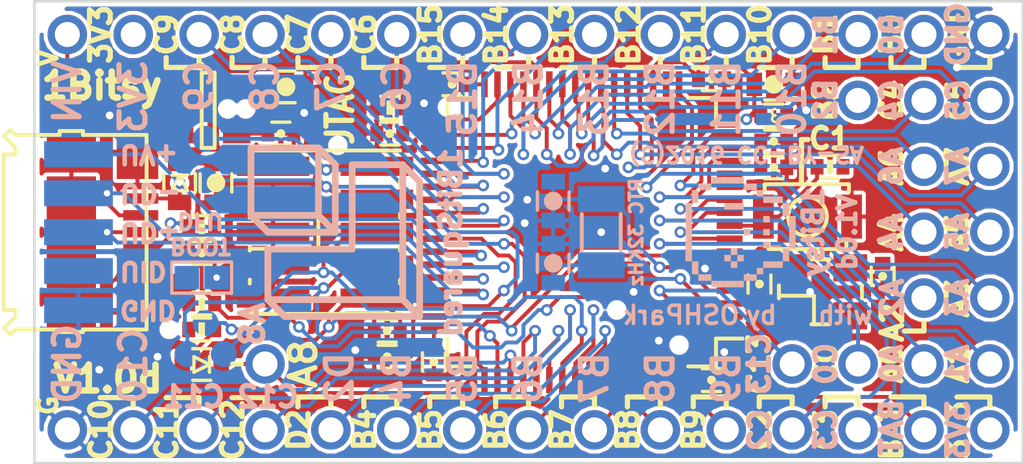
<source format=kicad_pcb>
(kicad_pcb (version 20171130) (host pcbnew 5.1.12-84ad8e8a86~92~ubuntu20.04.1)
  (title_block (title 1BitSy) (rev V1.0d) (company 1BitSquared) (comment 1 "(C) 2016 Piotr Esden-Tempski <piotr@esden.net>") (comment 2 "(C) 2016 1BitSquared LLC <info@1bitsquared.com>") (comment 3 "License: CC-BY-SA V4.0"))
  (layers (0 F.Cu signal) (31 B.Cu signal) (34 B.Paste user hide) (35 F.Paste user hide) (36 B.SilkS user hide) (37 F.SilkS user hide) (38 B.Mask user hide) (39 F.Mask user hide) (44 Edge.Cuts user))
  (net 0 "")
  (net 1 /VIN)
  (net 2 GND)
  (net 3 "Net-(C2-Pad1)")
  (net 4 "Net-(C3-Pad1)")
  (net 5 +3V3)
  (net 6 /OSC32_IN)
  (net 7 /OSC32_OUT)
  (net 8 /OSC_IN)
  (net 9 /OSC_OUT)
  (net 10 /USB_VBUS)
  (net 11 /BOOT0)
  (net 12 "Net-(C16-Pad1)")
  (net 13 "Net-(C17-Pad1)")
  (net 14 /JTAG_RST)
  (net 15 "Net-(LED1-PadA)")
  (net 16 /PA0)
  (net 17 /PA1)
  (net 18 /PA2)
  (net 19 /PA3)
  (net 20 /PA4)
  (net 21 /PA5)
  (net 22 /PA6)
  (net 23 /PA7)
  (net 24 /PA8)
  (net 25 /PC0)
  (net 26 /PC2)
  (net 27 /PC3)
  (net 28 /PC4)
  (net 29 /PC5)
  (net 30 /PC6)
  (net 31 /PC7)
  (net 32 /PC8)
  (net 33 /PC9)
  (net 34 /PC10)
  (net 35 /PC11)
  (net 36 /PC12)
  (net 37 /PC13)
  (net 38 /USB_D-)
  (net 39 /USB_D+)
  (net 40 /USB_ID)
  (net 41 /PB0)
  (net 42 /PB1)
  (net 43 /PB4)
  (net 44 /PB5)
  (net 45 /PB6)
  (net 46 /PB7)
  (net 47 /PB8)
  (net 48 /PB9)
  (net 49 /PB10)
  (net 50 /PB11)
  (net 51 /PB12)
  (net 52 /PB13)
  (net 53 /PB14)
  (net 54 /PB15)
  (net 55 /JTAG_TMS)
  (net 56 /JTAG_TCK)
  (net 57 /JTAG_TDI)
  (net 58 /JTAG_TDO)
  (net 59 "Net-(C15-Pad1)")
  (net 60 /PB2)
  (net 61 /BUTTON)
  (net 62 /VBAT)
  (net 63 /PD2)
  (module pkl_misc:via0305 (layer F.Cu) (at 115.35 40.75)
    (fp_text reference REF** hide)
    (fp_text value via0305 hide)
    (pad 1 thru_hole circle (at 0 0) (size 0.5 0.5) (drill 0.3) (layers *.Cu) (net 2 GND))
  )
  (module pkl_misc:via0305 (layer F.Cu) (at 130.08 41.02)
    (fp_text reference REF** hide)
    (fp_text value via0305 hide)
    (pad 1 thru_hole circle (at 0 0) (size 0.5 0.5) (drill 0.3) (layers *.Cu) (net 2 GND))
  )
  (module pkl_misc:via0305 (layer F.Cu) (at 112.6998 50.2666)
    (fp_text reference REF** hide)
    (fp_text value via0305 hide)
    (pad 1 thru_hole circle (at 0 0) (size 0.5 0.5) (drill 0.3) (layers *.Cu) (net 2 GND))
  )
  (module pkl_jumpers:J_0603 (layer B.Cu) (at 106.78 47.47)
    (fp_text reference J1 hide)
    (fp_text value BOOT hide)
    (pad 1 smd rect (at -0.575 0) (size 0.95 0.9) (layers B.Cu B.Paste B.Mask) (net 10 /USB_VBUS))
    (pad 2 smd rect (at 0.575 0) (size 0.95 0.9) (layers B.Cu B.Paste B.Mask) (net 59 "Net-(C15-Pad1)"))
  )
  (module pkl_misc:via0305 (layer F.Cu) (at 103.23 41.22)
    (fp_text reference REF** hide)
    (fp_text value via0305 hide)
    (pad 1 thru_hole circle (at 0 0) (size 0.5 0.5) (drill 0.3) (layers *.Cu) (net 2 GND))
  )
  (module pkl_misc:via0305 (layer F.Cu) (at 105.0798 50.5206)
    (fp_text reference REF** hide)
    (fp_text value via0305 hide)
    (pad 1 thru_hole circle (at 0 0) (size 0.5 0.5) (drill 0.3) (layers *.Cu) (net 2 GND))
  )
  (module pkl_dipol:C_0603 (layer F.Cu) (at 107.33 43.82 270)
    (fp_text reference C1)
    (fp_text value 4u7)
    (pad 1 smd rect (at -0.75 0 270) (size 0.6 0.9) (layers F.Cu F.Paste F.Mask) (net 1 /VIN))
    (pad 2 smd rect (at 0.75 0 270) (size 0.6 0.9) (layers F.Cu F.Paste F.Mask) (net 2 GND))
  )
  (module pkl_dipol:C_0402 (layer F.Cu) (at 128.83 42.22)
    (fp_text reference C2)
    (fp_text value 1u)
    (pad 1 smd rect (at -0.5 0) (size 0.5 0.6) (layers F.Cu F.Paste F.Mask) (net 3 "Net-(C2-Pad1)"))
    (pad 2 smd rect (at 0.5 0) (size 0.5 0.6) (layers F.Cu F.Paste F.Mask) (net 2 GND))
  )
  (module pkl_dipol:C_0402 (layer F.Cu) (at 109.83 41.92)
    (fp_text reference C3)
    (fp_text value 470p)
    (pad 1 smd rect (at -0.5 0) (size 0.5 0.6) (layers F.Cu F.Paste F.Mask) (net 4 "Net-(C3-Pad1)"))
    (pad 2 smd rect (at 0.5 0) (size 0.5 0.6) (layers F.Cu F.Paste F.Mask) (net 2 GND))
  )
  (module pkl_dipol:C_0402 (layer F.Cu) (at 128.829999 43.22)
    (fp_text reference C4)
    (fp_text value 100n)
    (pad 1 smd rect (at -0.5 0) (size 0.5 0.6) (layers F.Cu F.Paste F.Mask) (net 3 "Net-(C2-Pad1)"))
    (pad 2 smd rect (at 0.5 0) (size 0.5 0.6) (layers F.Cu F.Paste F.Mask) (net 2 GND))
  )
  (module pkl_dipol:C_0603 (layer F.Cu) (at 128.83 40.02)
    (fp_text reference C5)
    (fp_text value 4u7)
    (pad 1 smd rect (at -0.75 0) (size 0.6 0.9) (layers F.Cu F.Paste F.Mask) (net 5 +3V3))
    (pad 2 smd rect (at 0.75 0) (size 0.6 0.9) (layers F.Cu F.Paste F.Mask) (net 2 GND))
  )
  (module pkl_dipol:C_0402 (layer F.Cu) (at 128.28 47.72 270)
    (fp_text reference C8)
    (fp_text value 10p)
    (pad 1 smd rect (at -0.5 0 270) (size 0.5 0.6) (layers F.Cu F.Paste F.Mask) (net 2 GND))
    (pad 2 smd rect (at 0.5 0 270) (size 0.5 0.6) (layers F.Cu F.Paste F.Mask) (net 8 /OSC_IN))
  )
  (module pkl_dipol:C_0402 (layer F.Cu) (at 133.03 47.42 90)
    (fp_text reference C9)
    (fp_text value 10p)
    (pad 1 smd rect (at -0.5 0 90) (size 0.5 0.6) (layers F.Cu F.Paste F.Mask) (net 2 GND))
    (pad 2 smd rect (at 0.5 0 90) (size 0.5 0.6) (layers F.Cu F.Paste F.Mask) (net 9 /OSC_OUT))
  )
  (module pkl_dipol:C_0402 (layer F.Cu) (at 126.43 39.82)
    (fp_text reference C10)
    (fp_text value 100n)
    (pad 1 smd rect (at -0.5 0) (size 0.5 0.6) (layers F.Cu F.Paste F.Mask) (net 5 +3V3))
    (pad 2 smd rect (at 0.5 0) (size 0.5 0.6) (layers F.Cu F.Paste F.Mask) (net 2 GND))
  )
  (module pkl_dipol:C_0402 (layer F.Cu) (at 116.43 40.02 180)
    (fp_text reference C11)
    (fp_text value 100n)
    (pad 1 smd rect (at -0.5 0 180) (size 0.5 0.6) (layers F.Cu F.Paste F.Mask) (net 5 +3V3))
    (pad 2 smd rect (at 0.5 0 180) (size 0.5 0.6) (layers F.Cu F.Paste F.Mask) (net 2 GND))
  )
  (module pkl_dipol:C_0402 (layer F.Cu) (at 115.73 50.72 270)
    (fp_text reference C12)
    (fp_text value 100n)
    (pad 1 smd rect (at -0.5 0 270) (size 0.5 0.6) (layers F.Cu F.Paste F.Mask) (net 5 +3V3))
    (pad 2 smd rect (at 0.5 0 270) (size 0.5 0.6) (layers F.Cu F.Paste F.Mask) (net 2 GND))
  )
  (module pkl_dipol:C_0603 (layer F.Cu) (at 110.03 40.12)
    (fp_text reference C13)
    (fp_text value 4u7)
    (pad 1 smd rect (at -0.75 0) (size 0.6 0.9) (layers F.Cu F.Paste F.Mask) (net 5 +3V3))
    (pad 2 smd rect (at 0.75 0) (size 0.6 0.9) (layers F.Cu F.Paste F.Mask) (net 2 GND))
  )
  (module pkl_dipol:C_0402 (layer F.Cu) (at 126.43 51.42)
    (fp_text reference C14)
    (fp_text value 100n)
    (pad 1 smd rect (at -0.5 0) (size 0.5 0.6) (layers F.Cu F.Paste F.Mask) (net 5 +3V3))
    (pad 2 smd rect (at 0.5 0) (size 0.5 0.6) (layers F.Cu F.Paste F.Mask) (net 2 GND))
  )
  (module pkl_dipol:C_0402 (layer F.Cu) (at 106.78 46.52 180)
    (fp_text reference C15)
    (fp_text value 1u)
    (pad 1 smd rect (at -0.5 0 180) (size 0.5 0.6) (layers F.Cu F.Paste F.Mask) (net 59 "Net-(C15-Pad1)"))
    (pad 2 smd rect (at 0.5 0 180) (size 0.5 0.6) (layers F.Cu F.Paste F.Mask) (net 11 /BOOT0))
  )
  (module pkl_dipol:C_0402 (layer F.Cu) (at 113.93 50.52 180)
    (fp_text reference C16)
    (fp_text value 2u2)
    (pad 1 smd rect (at -0.5 0 180) (size 0.5 0.6) (layers F.Cu F.Paste F.Mask) (net 12 "Net-(C16-Pad1)"))
    (pad 2 smd rect (at 0.5 0 180) (size 0.5 0.6) (layers F.Cu F.Paste F.Mask) (net 2 GND))
  )
  (module pkl_dipol:C_0402 (layer F.Cu) (at 114.03 41.92 180)
    (fp_text reference C17)
    (fp_text value 2u2)
    (pad 1 smd rect (at -0.5 0 180) (size 0.5 0.6) (layers F.Cu F.Paste F.Mask) (net 13 "Net-(C17-Pad1)"))
    (pad 2 smd rect (at 0.5 0 180) (size 0.5 0.6) (layers F.Cu F.Paste F.Mask) (net 2 GND))
  )
  (module pkl_dipol:C_0402 (layer F.Cu) (at 113.93 49.52 180)
    (fp_text reference C18)
    (fp_text value 100n)
    (pad 1 smd rect (at -0.5 0 180) (size 0.5 0.6) (layers F.Cu F.Paste F.Mask) (net 14 /JTAG_RST))
    (pad 2 smd rect (at 0.5 0 180) (size 0.5 0.6) (layers F.Cu F.Paste F.Mask) (net 2 GND))
  )
  (module pkl_dipol:D_0603 (layer F.Cu) (at 105.93 43.82 270)
    (fp_text reference D1)
    (fp_text value >100mA)
    (pad A smd rect (at 0.75 0 90) (size 0.6 0.9) (layers F.Cu F.Paste F.Mask) (net 10 /USB_VBUS))
    (pad C smd rect (at -0.75 0 90) (size 0.6 0.9) (layers F.Cu F.Paste F.Mask) (net 1 /VIN))
  )
  (module pkl_dipol:L_0402 (layer F.Cu) (at 128.83 41.22)
    (fp_text reference L1)
    (fp_text value "600 Ferrite")
    (pad 1 smd rect (at -0.5 0) (size 0.5 0.6) (layers F.Cu F.Paste F.Mask) (net 5 +3V3))
    (pad 2 smd rect (at 0.5 0) (size 0.5 0.6) (layers F.Cu F.Paste F.Mask) (net 3 "Net-(C2-Pad1)"))
  )
  (module pkl_dipol:D_0603 (layer F.Cu) (at 106.78 50.82 180)
    (fp_text reference LED1)
    (fp_text value ORA)
    (pad A smd rect (at 0.75 0) (size 0.6 0.9) (layers F.Cu F.Paste F.Mask) (net 15 "Net-(LED1-PadA)"))
    (pad C smd rect (at -0.75 0) (size 0.6 0.9) (layers F.Cu F.Paste F.Mask) (net 24 /PA8))
  )
  (module pkl_pin_headers:Pin_Header_Straight_Round_1x01 (layer F.Cu) (at 134.62 50.8 180)
    (fp_text reference P1 hide)
    (fp_text value CONN_01X01 hide)
    (pad 1 thru_hole circle (at 0 0 180) (size 1.524 1.524) (drill 0.9652) (layers *.Cu *.Mask) (net 16 /PA0))
  )
  (module pkl_pin_headers:Pin_Header_Straight_Round_1x01 (layer F.Cu) (at 137.16 50.8 180)
    (fp_text reference P2 hide)
    (fp_text value CONN_01X01 hide)
    (pad 1 thru_hole circle (at 0 0 180) (size 1.524 1.524) (drill 0.9652) (layers *.Cu *.Mask) (net 17 /PA1))
  )
  (module pkl_pin_headers:Pin_Header_Straight_Round_1x01 (layer F.Cu) (at 134.62 48.26 180)
    (fp_text reference P3 hide)
    (fp_text value CONN_01X01 hide)
    (pad 1 thru_hole circle (at 0 0 180) (size 1.524 1.524) (drill 0.9652) (layers *.Cu *.Mask) (net 18 /PA2))
  )
  (module pkl_pin_headers:Pin_Header_Straight_Round_1x01 (layer F.Cu) (at 137.16 48.26 180)
    (fp_text reference P4 hide)
    (fp_text value CONN_01X01 hide)
    (pad 1 thru_hole circle (at 0 0 180) (size 1.524 1.524) (drill 0.9652) (layers *.Cu *.Mask) (net 19 /PA3))
  )
  (module pkl_pin_headers:Pin_Header_Straight_Round_1x01 (layer F.Cu) (at 134.62 45.72 180)
    (fp_text reference P5 hide)
    (fp_text value CONN_01X01 hide)
    (pad 1 thru_hole circle (at 0 0 180) (size 1.524 1.524) (drill 0.9652) (layers *.Cu *.Mask) (net 20 /PA4))
  )
  (module pkl_pin_headers:Pin_Header_Straight_Round_1x01 (layer F.Cu) (at 137.16 45.72)
    (fp_text reference P6 hide)
    (fp_text value CONN_01X01 hide)
    (pad 1 thru_hole circle (at 0 0) (size 1.524 1.524) (drill 0.9652) (layers *.Cu *.Mask) (net 21 /PA5))
  )
  (module pkl_pin_headers:Pin_Header_Straight_Round_1x01 (layer F.Cu) (at 134.62 43.18 180)
    (fp_text reference P7 hide)
    (fp_text value CONN_01X01 hide)
    (pad 1 thru_hole circle (at 0 0 180) (size 1.524 1.524) (drill 0.9652) (layers *.Cu *.Mask) (net 22 /PA6))
  )
  (module pkl_pin_headers:Pin_Header_Straight_Round_1x01 (layer F.Cu) (at 137.16 43.18 180)
    (fp_text reference P8 hide)
    (fp_text value CONN_01X01 hide)
    (pad 1 thru_hole circle (at 0 0 180) (size 1.524 1.524) (drill 0.9652) (layers *.Cu *.Mask) (net 23 /PA7))
  )
  (module pkl_pin_headers:Pin_Header_Straight_Round_1x01 (layer F.Cu) (at 109.22 50.8)
    (fp_text reference P9 hide)
    (fp_text value CONN_01X01 hide)
    (pad 1 thru_hole circle (at 0 0) (size 1.524 1.524) (drill 0.9652) (layers *.Cu *.Mask) (net 24 /PA8))
  )
  (module pkl_pin_headers:Pin_Header_Straight_Round_1x01 (layer F.Cu) (at 132.08 50.8)
    (fp_text reference P10 hide)
    (fp_text value CONN_01X01 hide)
    (pad 1 thru_hole circle (at 0 0) (size 1.524 1.524) (drill 0.9652) (layers *.Cu *.Mask) (net 25 /PC0))
  )
  (module pkl_pin_headers:Pin_Header_Straight_Round_1x01 (layer F.Cu) (at 111.76 53.34)
    (fp_text reference P11 hide)
    (fp_text value CONN_01X01 hide)
    (pad 1 thru_hole circle (at 0 0) (size 1.524 1.524) (drill 0.9652) (layers *.Cu *.Mask) (net 63 /PD2))
  )
  (module pkl_pin_headers:Pin_Header_Straight_Round_1x01 (layer F.Cu) (at 129.54 53.34)
    (fp_text reference P12 hide)
    (fp_text value CONN_01X01 hide)
    (pad 1 thru_hole circle (at 0 0) (size 1.524 1.524) (drill 0.9652) (layers *.Cu *.Mask) (net 26 /PC2))
  )
  (module pkl_pin_headers:Pin_Header_Straight_Round_1x01 (layer F.Cu) (at 132.08 53.34 180)
    (fp_text reference P13 hide)
    (fp_text value CONN_01X01 hide)
    (pad 1 thru_hole circle (at 0 0 180) (size 1.524 1.524) (drill 0.9652) (layers *.Cu *.Mask) (net 27 /PC3))
  )
  (module pkl_pin_headers:Pin_Header_Straight_Round_1x01 (layer F.Cu) (at 134.62 40.64)
    (fp_text reference P14 hide)
    (fp_text value CONN_01X01 hide)
    (pad 1 thru_hole circle (at 0 0) (size 1.524 1.524) (drill 0.9652) (layers *.Cu *.Mask) (net 28 /PC4))
  )
  (module pkl_pin_headers:Pin_Header_Straight_Round_1x01 (layer F.Cu) (at 137.16 40.64 180)
    (fp_text reference P15 hide)
    (fp_text value CONN_01X01 hide)
    (pad 1 thru_hole circle (at 0 0 180) (size 1.524 1.524) (drill 0.9652) (layers *.Cu *.Mask) (net 29 /PC5))
  )
  (module pkl_pin_headers:Pin_Header_Straight_Round_1x01 (layer F.Cu) (at 114.3 38.1)
    (fp_text reference P16 hide)
    (fp_text value CONN_01X01 hide)
    (pad 1 thru_hole circle (at 0 0) (size 1.524 1.524) (drill 0.9652) (layers *.Cu *.Mask) (net 30 /PC6))
  )
  (module pkl_pin_headers:Pin_Header_Straight_Round_1x01 (layer F.Cu) (at 111.76 38.1)
    (fp_text reference P17 hide)
    (fp_text value CONN_01X01 hide)
    (pad 1 thru_hole circle (at 0 0) (size 1.524 1.524) (drill 0.9652) (layers *.Cu *.Mask) (net 31 /PC7))
  )
  (module pkl_pin_headers:Pin_Header_Straight_Round_1x01 (layer F.Cu) (at 109.22 38.1)
    (fp_text reference P18 hide)
    (fp_text value CONN_01X01 hide)
    (pad 1 thru_hole circle (at 0 0) (size 1.524 1.524) (drill 0.9652) (layers *.Cu *.Mask) (net 32 /PC8))
  )
  (module pkl_pin_headers:Pin_Header_Straight_Round_1x01 (layer F.Cu) (at 106.68 38.1)
    (fp_text reference P19 hide)
    (fp_text value CONN_01X01 hide)
    (pad 1 thru_hole circle (at 0 0) (size 1.524 1.524) (drill 0.9652) (layers *.Cu *.Mask) (net 33 /PC9))
  )
  (module pkl_pin_headers:Pin_Header_Straight_Round_1x01 (layer F.Cu) (at 104.13 53.34)
    (fp_text reference P20 hide)
    (fp_text value CONN_01X01 hide)
    (pad 1 thru_hole circle (at 0 0) (size 1.524 1.524) (drill 0.9652) (layers *.Cu *.Mask) (net 34 /PC10))
  )
  (module pkl_pin_headers:Pin_Header_Straight_Round_1x01 (layer F.Cu) (at 106.68 53.34 180)
    (fp_text reference P21 hide)
    (fp_text value CONN_01X01 hide)
    (pad 1 thru_hole circle (at 0 0 180) (size 1.524 1.524) (drill 0.9652) (layers *.Cu *.Mask) (net 35 /PC11))
  )
  (module pkl_pin_headers:Pin_Header_Straight_Round_1x01 (layer F.Cu) (at 109.22 53.34)
    (fp_text reference P22 hide)
    (fp_text value CONN_01X01 hide)
    (pad 1 thru_hole circle (at 0 0) (size 1.524 1.524) (drill 0.9652) (layers *.Cu *.Mask) (net 36 /PC12))
  )
  (module pkl_pin_headers:Pin_Header_Straight_Round_1x01 (layer F.Cu) (at 129.54 50.8)
    (fp_text reference P23 hide)
    (fp_text value CONN_01X01 hide)
    (pad 1 thru_hole circle (at 0 0) (size 1.524 1.524) (drill 0.9652) (layers *.Cu *.Mask) (net 37 /PC13))
  )
  (module pkl_connectors:Connector_USB_Micro_B_SMD (layer F.Cu) (at 101.755 45.72 180)
    (fp_text reference P24)
    (fp_text value USB_OTG)
    (pad GND smd rect (at 0 1.2 270) (size 1.9 1.9) (layers F.Cu F.Paste F.Mask) (net 2 GND))
    (pad GND smd rect (at 0 -1.2 270) (size 1.9 1.9) (layers F.Cu F.Paste F.Mask) (net 2 GND))
    (pad GND smd rect (at 0 -3.8 270) (size 1.8 1.9) (layers F.Cu F.Paste F.Mask) (net 2 GND))
    (pad GND smd rect (at 0 3.8 270) (size 1.8 1.9) (layers F.Cu F.Paste F.Mask) (net 2 GND))
    (pad GND smd rect (at -2.55 -3.1 270) (size 2.1 1.6) (layers F.Cu F.Paste F.Mask) (net 2 GND))
    (pad GND smd rect (at -2.55 3.1 270) (size 2.1 1.6) (layers F.Cu F.Paste F.Mask) (net 2 GND))
    (pad 1 smd rect (at -2.675 1.3 270) (size 0.4 1.35) (layers F.Cu F.Paste F.Mask) (net 10 /USB_VBUS))
    (pad 2 smd rect (at -2.675 0.65 270) (size 0.4 1.35) (layers F.Cu F.Paste F.Mask) (net 38 /USB_D-))
    (pad 3 smd rect (at -2.675 0 270) (size 0.4 1.35) (layers F.Cu F.Paste F.Mask) (net 39 /USB_D+))
    (pad 4 smd rect (at -2.675 -0.65 270) (size 0.4 1.35) (layers F.Cu F.Paste F.Mask) (net 40 /USB_ID))
    (pad 5 smd rect (at -2.675 -1.3 270) (size 0.4 1.35) (layers F.Cu F.Paste F.Mask) (net 2 GND))
  )
  (module pkl_pin_headers:Pin_Header_Straight_Round_1x01 (layer F.Cu) (at 134.62 38.1)
    (fp_text reference P25 hide)
    (fp_text value CONN_01X01 hide)
    (pad 1 thru_hole circle (at 0 0) (size 1.524 1.524) (drill 0.9652) (layers *.Cu *.Mask) (net 41 /PB0))
  )
  (module pkl_pin_headers:Pin_Header_Straight_Round_1x01 (layer F.Cu) (at 132.08 38.1)
    (fp_text reference P26 hide)
    (fp_text value CONN_01X01 hide)
    (pad 1 thru_hole circle (at 0 0) (size 1.524 1.524) (drill 0.9652) (layers *.Cu *.Mask) (net 42 /PB1))
  )
  (module pkl_pin_headers:Pin_Header_Straight_Round_1x01 (layer F.Cu) (at 132.08 40.64)
    (fp_text reference P27 hide)
    (fp_text value CONN_01X01 hide)
    (pad 1 thru_hole circle (at 0 0) (size 1.524 1.524) (drill 0.9652) (layers *.Cu *.Mask) (net 60 /PB2))
  )
  (module pkl_pin_headers:Pin_Header_Straight_Round_1x01 (layer F.Cu) (at 114.3 53.34)
    (fp_text reference P28 hide)
    (fp_text value CONN_01X01 hide)
    (pad 1 thru_hole circle (at 0 0) (size 1.524 1.524) (drill 0.9652) (layers *.Cu *.Mask) (net 43 /PB4))
  )
  (module pkl_pin_headers:Pin_Header_Straight_Round_1x01 (layer F.Cu) (at 116.84 53.34 180)
    (fp_text reference P29 hide)
    (fp_text value CONN_01X01 hide)
    (pad 1 thru_hole circle (at 0 0 180) (size 1.524 1.524) (drill 0.9652) (layers *.Cu *.Mask) (net 44 /PB5))
  )
  (module pkl_pin_headers:Pin_Header_Straight_Round_1x01 (layer F.Cu) (at 119.38 53.34 180)
    (fp_text reference P30 hide)
    (fp_text value CONN_01X01 hide)
    (pad 1 thru_hole circle (at 0 0 180) (size 1.524 1.524) (drill 0.9652) (layers *.Cu *.Mask) (net 45 /PB6))
  )
  (module pkl_pin_headers:Pin_Header_Straight_Round_1x01 (layer F.Cu) (at 121.92 53.34 180)
    (fp_text reference P31 hide)
    (fp_text value CONN_01X01 hide)
    (pad 1 thru_hole circle (at 0 0 180) (size 1.524 1.524) (drill 0.9652) (layers *.Cu *.Mask) (net 46 /PB7))
  )
  (module pkl_pin_headers:Pin_Header_Straight_Round_1x01 (layer F.Cu) (at 124.46 53.34 180)
    (fp_text reference P32 hide)
    (fp_text value CONN_01X01 hide)
    (pad 1 thru_hole circle (at 0 0 180) (size 1.524 1.524) (drill 0.9652) (layers *.Cu *.Mask) (net 47 /PB8))
  )
  (module pkl_pin_headers:Pin_Header_Straight_Round_1x01 (layer F.Cu) (at 127 53.34)
    (fp_text reference P33 hide)
    (fp_text value CONN_01X01 hide)
    (pad 1 thru_hole circle (at 0 0) (size 1.524 1.524) (drill 0.9652) (layers *.Cu *.Mask) (net 48 /PB9))
  )
  (module pkl_pin_headers:Pin_Header_Straight_Round_1x01 (layer F.Cu) (at 129.54 38.1 180)
    (fp_text reference P34 hide)
    (fp_text value CONN_01X01 hide)
    (pad 1 thru_hole circle (at 0 0 180) (size 1.524 1.524) (drill 0.9652) (layers *.Cu *.Mask) (net 49 /PB10))
  )
  (module pkl_pin_headers:Pin_Header_Straight_Round_1x01 (layer F.Cu) (at 127 38.1)
    (fp_text reference P35 hide)
    (fp_text value CONN_01X01 hide)
    (pad 1 thru_hole circle (at 0 0) (size 1.524 1.524) (drill 0.9652) (layers *.Cu *.Mask) (net 50 /PB11))
  )
  (module pkl_pin_headers:Pin_Header_Straight_Round_1x01 (layer F.Cu) (at 124.46 38.1)
    (fp_text reference P36 hide)
    (fp_text value CONN_01X01 hide)
    (pad 1 thru_hole circle (at 0 0) (size 1.524 1.524) (drill 0.9652) (layers *.Cu *.Mask) (net 51 /PB12))
  )
  (module pkl_pin_headers:Pin_Header_Straight_Round_1x01 (layer F.Cu) (at 121.92 38.1)
    (fp_text reference P37 hide)
    (fp_text value CONN_01X01 hide)
    (pad 1 thru_hole circle (at 0 0) (size 1.524 1.524) (drill 0.9652) (layers *.Cu *.Mask) (net 52 /PB13))
  )
  (module pkl_pin_headers:Pin_Header_Straight_Round_1x01 (layer F.Cu) (at 119.38 38.1)
    (fp_text reference P38 hide)
    (fp_text value CONN_01X01 hide)
    (pad 1 thru_hole circle (at 0 0) (size 1.524 1.524) (drill 0.9652) (layers *.Cu *.Mask) (net 53 /PB14))
  )
  (module pkl_pin_headers:Pin_Header_Straight_Round_1x01 (layer F.Cu) (at 116.84 38.1 180)
    (fp_text reference P39 hide)
    (fp_text value CONN_01X01 hide)
    (pad 1 thru_hole circle (at 0 0 180) (size 1.524 1.524) (drill 0.9652) (layers *.Cu *.Mask) (net 54 /PB15))
  )
  (module pkl_dipol:R_0402 (layer F.Cu) (at 106.78 45.52)
    (fp_text reference R1)
    (fp_text value 10k)
    (pad 1 smd rect (at -0.5 0) (size 0.5 0.6) (layers F.Cu F.Paste F.Mask) (net 10 /USB_VBUS))
    (pad 2 smd rect (at 0.5 0) (size 0.5 0.6) (layers F.Cu F.Paste F.Mask) (net 2 GND))
  )
  (module pkl_dipol:R_0402 (layer F.Cu) (at 114.03 40.92 180)
    (fp_text reference R2)
    (fp_text value 10k)
    (pad 1 smd rect (at -0.5 0 180) (size 0.5 0.6) (layers F.Cu F.Paste F.Mask) (net 60 /PB2))
    (pad 2 smd rect (at 0.5 0 180) (size 0.5 0.6) (layers F.Cu F.Paste F.Mask) (net 2 GND))
  )
  (module pkl_dipol:R_0402 (layer F.Cu) (at 106.78 48.47 180)
    (fp_text reference R3)
    (fp_text value 10k)
    (pad 1 smd rect (at -0.5 0 180) (size 0.5 0.6) (layers F.Cu F.Paste F.Mask) (net 11 /BOOT0))
    (pad 2 smd rect (at 0.5 0 180) (size 0.5 0.6) (layers F.Cu F.Paste F.Mask) (net 2 GND))
  )
  (module pkl_dipol:R_0402 (layer F.Cu) (at 106.78 49.47)
    (fp_text reference R4)
    (fp_text value 300)
    (pad 1 smd rect (at -0.5 0) (size 0.5 0.6) (layers F.Cu F.Paste F.Mask) (net 5 +3V3))
    (pad 2 smd rect (at 0.5 0) (size 0.5 0.6) (layers F.Cu F.Paste F.Mask) (net 15 "Net-(LED1-PadA)"))
  )
  (module pkl_dipol:R_0402 (layer F.Cu) (at 131 43.2 180)
    (fp_text reference R5)
    (fp_text value 10k)
    (pad 1 smd rect (at -0.5 0 180) (size 0.5 0.6) (layers F.Cu F.Paste F.Mask) (net 5 +3V3))
    (pad 2 smd rect (at 0.5 0 180) (size 0.5 0.6) (layers F.Cu F.Paste F.Mask) (net 61 /BUTTON))
  )
  (module pkl_housings_sot:SOT-23-5 (layer F.Cu) (at 107.03 41.02 180)
    (fp_text reference U1)
    (fp_text value VREG_3V3)
    (pad 1 smd rect (at 1.1 0.95) (size 1.06 0.65) (layers F.Cu F.Paste F.Mask) (net 1 /VIN))
    (pad 2 smd rect (at 1.1 0) (size 1.06 0.65) (layers F.Cu F.Paste F.Mask) (net 2 GND))
    (pad 3 smd rect (at 1.1 -0.95) (size 1.06 0.65) (layers F.Cu F.Paste F.Mask) (net 1 /VIN))
    (pad 4 smd rect (at -1.1 -0.95) (size 1.06 0.65) (layers F.Cu F.Paste F.Mask) (net 4 "Net-(C3-Pad1)"))
    (pad 5 smd rect (at -1.1 0.95) (size 1.06 0.65) (layers F.Cu F.Paste F.Mask) (net 5 +3V3))
  )
  (module pkl_housings_qfp:LQFP-64_10x10mm_Pitch0.5mm (layer F.Cu) (at 121.43 45.72 180)
    (fp_text reference U2)
    (fp_text value STM32F415RGT)
    (pad 1 smd rect (at -5.7 -3.75 180) (size 1 0.25) (layers F.Cu F.Paste F.Mask) (net 62 /VBAT))
    (pad 2 smd rect (at -5.7 -3.25 180) (size 1 0.25) (layers F.Cu F.Paste F.Mask) (net 37 /PC13))
    (pad 3 smd rect (at -5.7 -2.75 180) (size 1 0.25) (layers F.Cu F.Paste F.Mask) (net 6 /OSC32_IN))
    (pad 4 smd rect (at -5.7 -2.25 180) (size 1 0.25) (layers F.Cu F.Paste F.Mask) (net 7 /OSC32_OUT))
    (pad 5 smd rect (at -5.7 -1.75 180) (size 1 0.25) (layers F.Cu F.Paste F.Mask) (net 8 /OSC_IN))
    (pad 6 smd rect (at -5.7 -1.25 180) (size 1 0.25) (layers F.Cu F.Paste F.Mask) (net 9 /OSC_OUT))
    (pad 7 smd rect (at -5.7 -0.75 180) (size 1 0.25) (layers F.Cu F.Paste F.Mask) (net 14 /JTAG_RST))
    (pad 8 smd rect (at -5.7 -0.25 180) (size 1 0.25) (layers F.Cu F.Paste F.Mask) (net 25 /PC0))
    (pad 9 smd rect (at -5.7 0.25 180) (size 1 0.25) (layers F.Cu F.Paste F.Mask) (net 61 /BUTTON))
    (pad 10 smd rect (at -5.7 0.75 180) (size 1 0.25) (layers F.Cu F.Paste F.Mask) (net 26 /PC2))
    (pad 11 smd rect (at -5.7 1.25 180) (size 1 0.25) (layers F.Cu F.Paste F.Mask) (net 27 /PC3))
    (pad 12 smd rect (at -5.7 1.75 180) (size 1 0.25) (layers F.Cu F.Paste F.Mask) (net 2 GND))
    (pad 13 smd rect (at -5.7 2.25 180) (size 1 0.25) (layers F.Cu F.Paste F.Mask) (net 3 "Net-(C2-Pad1)"))
    (pad 14 smd rect (at -5.7 2.75 180) (size 1 0.25) (layers F.Cu F.Paste F.Mask) (net 16 /PA0))
    (pad 15 smd rect (at -5.7 3.25 180) (size 1 0.25) (layers F.Cu F.Paste F.Mask) (net 17 /PA1))
    (pad 16 smd rect (at -5.7 3.75 180) (size 1 0.25) (layers F.Cu F.Paste F.Mask) (net 18 /PA2))
    (pad 17 smd rect (at -3.75 5.7 270) (size 1 0.25) (layers F.Cu F.Paste F.Mask) (net 19 /PA3))
    (pad 18 smd rect (at -3.25 5.7 270) (size 1 0.25) (layers F.Cu F.Paste F.Mask) (net 2 GND))
    (pad 19 smd rect (at -2.75 5.7 270) (size 1 0.25) (layers F.Cu F.Paste F.Mask) (net 5 +3V3))
    (pad 20 smd rect (at -2.25 5.7 270) (size 1 0.25) (layers F.Cu F.Paste F.Mask) (net 20 /PA4))
    (pad 21 smd rect (at -1.75 5.7 270) (size 1 0.25) (layers F.Cu F.Paste F.Mask) (net 21 /PA5))
    (pad 22 smd rect (at -1.25 5.7 270) (size 1 0.25) (layers F.Cu F.Paste F.Mask) (net 22 /PA6))
    (pad 23 smd rect (at -0.75 5.7 270) (size 1 0.25) (layers F.Cu F.Paste F.Mask) (net 23 /PA7))
    (pad 24 smd rect (at -0.25 5.7 270) (size 1 0.25) (layers F.Cu F.Paste F.Mask) (net 28 /PC4))
    (pad 25 smd rect (at 0.25 5.7 270) (size 1 0.25) (layers F.Cu F.Paste F.Mask) (net 29 /PC5))
    (pad 26 smd rect (at 0.75 5.7 270) (size 1 0.25) (layers F.Cu F.Paste F.Mask) (net 41 /PB0))
    (pad 27 smd rect (at 1.25 5.7 270) (size 1 0.25) (layers F.Cu F.Paste F.Mask) (net 42 /PB1))
    (pad 28 smd rect (at 1.75 5.7 270) (size 1 0.25) (layers F.Cu F.Paste F.Mask) (net 60 /PB2))
    (pad 29 smd rect (at 2.25 5.7 270) (size 1 0.25) (layers F.Cu F.Paste F.Mask) (net 49 /PB10))
    (pad 30 smd rect (at 2.75 5.7 270) (size 1 0.25) (layers F.Cu F.Paste F.Mask) (net 50 /PB11))
    (pad 31 smd rect (at 3.25 5.7 270) (size 1 0.25) (layers F.Cu F.Paste F.Mask) (net 13 "Net-(C17-Pad1)"))
    (pad 32 smd rect (at 3.75 5.7 270) (size 1 0.25) (layers F.Cu F.Paste F.Mask) (net 5 +3V3))
    (pad 33 smd rect (at 5.7 3.75 180) (size 1 0.25) (layers F.Cu F.Paste F.Mask) (net 51 /PB12))
    (pad 34 smd rect (at 5.7 3.25 180) (size 1 0.25) (layers F.Cu F.Paste F.Mask) (net 52 /PB13))
    (pad 35 smd rect (at 5.7 2.75 180) (size 1 0.25) (layers F.Cu F.Paste F.Mask) (net 53 /PB14))
    (pad 36 smd rect (at 5.7 2.25 180) (size 1 0.25) (layers F.Cu F.Paste F.Mask) (net 54 /PB15))
    (pad 37 smd rect (at 5.7 1.75 180) (size 1 0.25) (layers F.Cu F.Paste F.Mask) (net 30 /PC6))
    (pad 38 smd rect (at 5.7 1.25 180) (size 1 0.25) (layers F.Cu F.Paste F.Mask) (net 31 /PC7))
    (pad 39 smd rect (at 5.7 0.75 180) (size 1 0.25) (layers F.Cu F.Paste F.Mask) (net 32 /PC8))
    (pad 40 smd rect (at 5.7 0.25 180) (size 1 0.25) (layers F.Cu F.Paste F.Mask) (net 33 /PC9))
    (pad 41 smd rect (at 5.7 -0.25 180) (size 1 0.25) (layers F.Cu F.Paste F.Mask) (net 24 /PA8))
    (pad 42 smd rect (at 5.7 -0.75 180) (size 1 0.25) (layers F.Cu F.Paste F.Mask) (net 10 /USB_VBUS))
    (pad 43 smd rect (at 5.7 -1.25 180) (size 1 0.25) (layers F.Cu F.Paste F.Mask) (net 40 /USB_ID))
    (pad 44 smd rect (at 5.7 -1.75 180) (size 1 0.25) (layers F.Cu F.Paste F.Mask) (net 38 /USB_D-))
    (pad 45 smd rect (at 5.7 -2.25 180) (size 1 0.25) (layers F.Cu F.Paste F.Mask) (net 39 /USB_D+))
    (pad 46 smd rect (at 5.7 -2.75 180) (size 1 0.25) (layers F.Cu F.Paste F.Mask) (net 55 /JTAG_TMS))
    (pad 47 smd rect (at 5.7 -3.25 180) (size 1 0.25) (layers F.Cu F.Paste F.Mask) (net 12 "Net-(C16-Pad1)"))
    (pad 48 smd rect (at 5.7 -3.75 180) (size 1 0.25) (layers F.Cu F.Paste F.Mask) (net 5 +3V3))
    (pad 49 smd rect (at 3.75 -5.7 270) (size 1 0.25) (layers F.Cu F.Paste F.Mask) (net 56 /JTAG_TCK))
    (pad 50 smd rect (at 3.25 -5.7 270) (size 1 0.25) (layers F.Cu F.Paste F.Mask) (net 57 /JTAG_TDI))
    (pad 51 smd rect (at 2.75 -5.7 270) (size 1 0.25) (layers F.Cu F.Paste F.Mask) (net 34 /PC10))
    (pad 52 smd rect (at 2.25 -5.7 270) (size 1 0.25) (layers F.Cu F.Paste F.Mask) (net 35 /PC11))
    (pad 53 smd rect (at 1.75 -5.7 270) (size 1 0.25) (layers F.Cu F.Paste F.Mask) (net 36 /PC12))
    (pad 54 smd rect (at 1.25 -5.7 270) (size 1 0.25) (layers F.Cu F.Paste F.Mask) (net 63 /PD2))
    (pad 55 smd rect (at 0.75 -5.7 270) (size 1 0.25) (layers F.Cu F.Paste F.Mask) (net 58 /JTAG_TDO))
    (pad 56 smd rect (at 0.25 -5.7 270) (size 1 0.25) (layers F.Cu F.Paste F.Mask) (net 43 /PB4))
    (pad 57 smd rect (at -0.25 -5.7 270) (size 1 0.25) (layers F.Cu F.Paste F.Mask) (net 44 /PB5))
    (pad 58 smd rect (at -0.75 -5.7 270) (size 1 0.25) (layers F.Cu F.Paste F.Mask) (net 45 /PB6))
    (pad 59 smd rect (at -1.25 -5.7 270) (size 1 0.25) (layers F.Cu F.Paste F.Mask) (net 46 /PB7))
    (pad 60 smd rect (at -1.75 -5.7 270) (size 1 0.25) (layers F.Cu F.Paste F.Mask) (net 11 /BOOT0))
    (pad 61 smd rect (at -2.25 -5.7 270) (size 1 0.25) (layers F.Cu F.Paste F.Mask) (net 47 /PB8))
    (pad 62 smd rect (at -2.75 -5.7 270) (size 1 0.25) (layers F.Cu F.Paste F.Mask) (net 48 /PB9))
    (pad 63 smd rect (at -3.25 -5.7 270) (size 1 0.25) (layers F.Cu F.Paste F.Mask) (net 2 GND))
    (pad 64 smd rect (at -3.75 -5.7 270) (size 1 0.25) (layers F.Cu F.Paste F.Mask) (net 5 +3V3))
  )
  (module pkl_misc:ABM8 (layer F.Cu) (at 130.63 48.02)
    (fp_text reference X2)
    (fp_text value 25MHz)
    (pad 1 smd rect (at -1.15 0.925) (size 1.3 1.05) (layers F.Cu F.Paste F.Mask) (net 8 /OSC_IN))
    (pad 2 smd rect (at 1.15 -0.925) (size 1.3 1.05) (layers F.Cu F.Paste F.Mask) (net 9 /OSC_OUT))
    (pad GND smd rect (at -1.15 -0.925) (size 1.3 1.05) (layers F.Cu F.Paste F.Mask) (net 2 GND))
    (pad GND smd rect (at 1.15 0.925) (size 1.3 1.05) (layers F.Cu F.Paste F.Mask) (net 2 GND))
  )
  (module pkl_samtec:FTSH-105-XX-X-DV (layer F.Cu) (at 111.53 45.72 90)
    (fp_text reference X3)
    (fp_text value JTAG-10)
    (pad 1 smd rect (at 2.54 -2 270) (size 0.74 2.8) (layers F.Cu F.Paste F.Mask) (net 5 +3V3))
    (pad 2 smd rect (at 2.54 2 270) (size 0.74 2.8) (layers F.Cu F.Paste F.Mask) (net 55 /JTAG_TMS))
    (pad 3 smd rect (at 1.27 -2 270) (size 0.74 2.8) (layers F.Cu F.Paste F.Mask) (net 2 GND))
    (pad 4 smd rect (at 1.27 2 270) (size 0.74 2.8) (layers F.Cu F.Paste F.Mask) (net 56 /JTAG_TCK))
    (pad 5 smd rect (at 0 -2 270) (size 0.74 2.8) (layers F.Cu F.Paste F.Mask) (net 2 GND))
    (pad 6 smd rect (at 0 2 270) (size 0.74 2.8) (layers F.Cu F.Paste F.Mask) (net 58 /JTAG_TDO))
    (pad 7 smd rect (at -1.27 -2 270) (size 0.74 2.8) (layers F.Cu F.Paste F.Mask) (net 2 GND))
    (pad 8 smd rect (at -1.27 2 270) (size 0.74 2.8) (layers F.Cu F.Paste F.Mask) (net 57 /JTAG_TDI))
    (pad 9 smd rect (at -2.54 -2 270) (size 0.74 2.8) (layers F.Cu F.Paste F.Mask) (net 2 GND))
    (pad 10 smd rect (at -2.54 2 270) (size 0.74 2.8) (layers F.Cu F.Paste F.Mask) (net 14 /JTAG_RST))
  )
  (module pkl_pin_headers:Pin_Header_Straight_Round_1x01 (layer F.Cu) (at 101.6 38.1)
    (fp_text reference P40 hide)
    (fp_text value CONN_01X01 hide)
    (pad 1 thru_hole circle (at 0 0) (size 1.524 1.524) (drill 0.9652) (layers *.Cu *.Mask) (net 1 /VIN))
  )
  (module pkl_pin_headers:Pin_Header_Straight_Round_1x01 (layer F.Cu) (at 101.6 53.34)
    (fp_text reference P41 hide)
    (fp_text value CONN_01X01 hide)
    (pad 1 thru_hole circle (at 0 0) (size 1.524 1.524) (drill 0.9652) (layers *.Cu *.Mask) (net 2 GND))
  )
  (module pkl_buttons_switches:Tact_Switch_Top_B3U-1000P (layer F.Cu) (at 130.13 45.12 270)
    (fp_text reference SW1)
    (fp_text value TACT)
    (pad 1 smd rect (at 0 -1.7 180) (size 0.8 1.7) (layers F.Cu F.Paste F.Mask) (net 2 GND))
    (pad 2 smd rect (at 0 1.7 180) (size 0.8 1.7) (layers F.Cu F.Paste F.Mask) (net 61 /BUTTON))
  )
  (module pkl_dipol:C_0603 (layer B.Cu) (at 120.33 46.92 270)
    (fp_text reference C6)
    (fp_text value 10p)
    (pad 1 smd rect (at -0.75 0 270) (size 0.6 0.9) (layers B.Cu B.Paste B.Mask) (net 2 GND))
    (pad 2 smd rect (at 0.75 0 270) (size 0.6 0.9) (layers B.Cu B.Paste B.Mask) (net 6 /OSC32_IN))
  )
  (module pkl_dipol:C_0603 (layer B.Cu) (at 120.33 44.52 90)
    (fp_text reference C7)
    (fp_text value 10p)
    (pad 1 smd rect (at -0.75 0 90) (size 0.6 0.9) (layers B.Cu B.Paste B.Mask) (net 2 GND))
    (pad 2 smd rect (at 0.75 0 90) (size 0.6 0.9) (layers B.Cu B.Paste B.Mask) (net 7 /OSC32_OUT))
  )
  (module pkl_pin_headers:Pin_Header_Straight_Round_1x01 (layer F.Cu) (at 104.14 38.1)
    (fp_text reference P42 hide)
    (fp_text value CONN_01X01 hide)
    (pad 1 thru_hole circle (at 0 0) (size 1.524 1.524) (drill 0.9652) (layers *.Cu *.Mask) (net 5 +3V3))
  )
  (module pkl_pin_headers:Pin_Header_Straight_Round_1x01 (layer F.Cu) (at 134.62 53.34)
    (fp_text reference P53 hide)
    (fp_text value CONN_01X01 hide)
    (pad 1 thru_hole circle (at 0 0) (size 1.524 1.524) (drill 0.9652) (layers *.Cu *.Mask) (net 62 /VBAT))
  )
  (module pkl_misc:ABS07 (layer B.Cu) (at 122.18 45.72 270)
    (fp_text reference X1)
    (fp_text value 32.768kHz)
    (pad 1 smd rect (at -1.275 0 270) (size 1 1.8) (layers B.Cu B.Paste B.Mask) (net 7 /OSC32_OUT))
    (pad 2 smd rect (at 1.275 0 270) (size 1 1.8) (layers B.Cu B.Paste B.Mask) (net 6 /OSC32_IN))
  )
  (module pkl_pads:POGO_PAD_SMD_R_1x1 (layer B.Cu) (at 106.93 42.12)
    (fp_text reference P43 hide)
    (fp_text value TP hide)
    (pad 1 smd oval (at 0 0) (size 1 1) (layers B.Cu B.Mask) (net 55 /JTAG_TMS))
  )
  (module pkl_pads:POGO_PAD_SMD_R_1x1 (layer B.Cu) (at 106.93 43.72)
    (fp_text reference P44 hide)
    (fp_text value TP hide)
    (pad 1 smd oval (at 0 0) (size 1 1) (layers B.Cu B.Mask) (net 56 /JTAG_TCK))
  )
  (module pkl_pads:POGO_PAD_SMD_R_1x1 (layer B.Cu) (at 106.23 50.42)
    (fp_text reference P45 hide)
    (fp_text value TP hide)
    (pad 1 smd oval (at 0 0) (size 1 1) (layers B.Cu B.Mask) (net 58 /JTAG_TDO))
  )
  (module pkl_pads:POGO_PAD_SMD_R_1x1 (layer B.Cu) (at 107.63 50.42)
    (fp_text reference P46 hide)
    (fp_text value TP hide)
    (pad 1 smd oval (at 0 0) (size 1 1) (layers B.Cu B.Mask) (net 57 /JTAG_TDI))
  )
  (module pkl_pads:POGO_PAD_SMD_R_1x1 (layer B.Cu) (at 106.93 49.22)
    (fp_text reference P47 hide)
    (fp_text value TP hide)
    (pad 1 smd oval (at 0 0) (size 1 1) (layers B.Cu B.Mask) (net 14 /JTAG_RST))
  )
  (module pkl_pads:PAD_SMD_1x2.65 (layer B.Cu) (at 102.03 42.72)
    (fp_text reference P48 hide)
    (fp_text value CONN_01X01 hide)
    (pad 1 smd rect (at 0 0) (size 2.65 1) (layers B.Cu B.Mask) (net 10 /USB_VBUS))
  )
  (module pkl_pads:PAD_SMD_1x2.65 (layer B.Cu) (at 102.03 44.22)
    (fp_text reference P49 hide)
    (fp_text value CONN_01X01 hide)
    (pad 1 smd rect (at 0 0) (size 2.65 1) (layers B.Cu B.Mask) (net 38 /USB_D-))
  )
  (module pkl_pads:PAD_SMD_1x2.65 (layer B.Cu) (at 102.03 45.72)
    (fp_text reference P50 hide)
    (fp_text value CONN_01X01 hide)
    (pad 1 smd rect (at 0 0) (size 2.65 1) (layers B.Cu B.Mask) (net 39 /USB_D+))
  )
  (module pkl_pads:PAD_SMD_1x2.65 (layer B.Cu) (at 102.03 47.22)
    (fp_text reference P51 hide)
    (fp_text value CONN_01X01 hide)
    (pad 1 smd rect (at 0 0) (size 2.65 1) (layers B.Cu B.Mask) (net 40 /USB_ID))
  )
  (module pkl_pads:PAD_SMD_1x2.65 (layer B.Cu) (at 102.03 48.72)
    (fp_text reference P52 hide)
    (fp_text value CONN_01X01 hide)
    (pad 1 smd rect (at 0 0) (size 2.65 1) (layers B.Cu B.Mask) (net 2 GND))
  )
  (module pkl_pin_headers:Pin_Header_Straight_Round_1x01 (layer F.Cu) (at 137.16 53.34)
    (fp_text reference P54 hide)
    (fp_text value CONN_01X01 hide)
    (pad 1 thru_hole circle (at 0 0) (size 1.524 1.524) (drill 0.9652) (layers *.Cu *.Mask) (net 5 +3V3))
  )
  (module pkl_pin_headers:Pin_Header_Straight_Round_1x01 (layer F.Cu) (at 137.16 38.1)
    (fp_text reference P55 hide)
    (fp_text value CONN_01X01 hide)
    (pad 1 thru_hole circle (at 0 0) (size 1.524 1.524) (drill 0.9652) (layers *.Cu *.Mask) (net 2 GND))
  )
  (module pkl_misc:via0305 (layer F.Cu) (at 119.33 44.47)
    (fp_text reference REF** hide)
    (fp_text value via0305 hide)
    (pad 1 thru_hole circle (at 0 0) (size 0.5 0.5) (drill 0.3) (layers *.Cu) (net 2 GND))
  )
  (module pkl_misc:via0305 (layer F.Cu) (at 122.18 45.72)
    (fp_text reference REF** hide)
    (fp_text value via0305 hide)
    (pad 1 thru_hole circle (at 0 0) (size 0.5 0.5) (drill 0.3) (layers *.Cu) (net 2 GND))
  )
  (module pkl_misc:via0305 (layer F.Cu) (at 122.33 43.27)
    (fp_text reference REF** hide)
    (fp_text value via0305 hide)
    (pad 1 thru_hole circle (at 0 0) (size 0.5 0.5) (drill 0.3) (layers *.Cu) (net 2 GND))
  )
  (module pkl_misc:via0305 (layer F.Cu) (at 102.83 51.02)
    (fp_text reference REF** hide)
    (fp_text value via0305 hide)
    (pad 1 thru_hole circle (at 0 0) (size 0.5 0.5) (drill 0.3) (layers *.Cu) (net 2 GND))
  )
  (module pkl_misc:via0305 (layer F.Cu) (at 110.73 41.12)
    (fp_text reference REF** hide)
    (fp_text value via0305 hide)
    (pad 1 thru_hole circle (at 0 0) (size 0.5 0.5) (drill 0.3) (layers *.Cu) (net 2 GND))
  )
  (module pkl_misc:via0305 (layer F.Cu) (at 126.9238 50.3428)
    (fp_text reference REF** hide)
    (fp_text value via0305 hide)
    (pad 1 thru_hole circle (at 0 0) (size 0.5 0.5) (drill 0.3) (layers *.Cu) (net 2 GND))
  )
  (module pkl_misc:via0305 (layer F.Cu) (at 119.23 45.37)
    (fp_text reference REF** hide)
    (fp_text value via0305 hide)
    (pad 1 thru_hole circle (at 0 0) (size 0.5 0.5) (drill 0.3) (layers *.Cu) (net 2 GND))
  )
  (module pkl_misc:via0305 (layer F.Cu) (at 135.89 39.37)
    (fp_text reference REF** hide)
    (fp_text value via0305 hide)
    (pad 1 thru_hole circle (at 0 0) (size 0.5 0.5) (drill 0.3) (layers *.Cu) (net 2 GND))
  )
  (module pkl_misc:via0305 (layer F.Cu) (at 124.4 49.9)
    (fp_text reference REF** hide)
    (fp_text value via0305 hide)
    (pad 1 thru_hole circle (at 0 0) (size 0.5 0.5) (drill 0.3) (layers *.Cu) (net 2 GND))
  )
  (module pkl_misc:via0305 (layer F.Cu) (at 123.43 48.02)
    (fp_text reference REF** hide)
    (fp_text value via0305 hide)
    (pad 1 thru_hole circle (at 0 0) (size 0.5 0.5) (drill 0.3) (layers *.Cu) (net 2 GND))
  )
  (module pkl_misc:via0305 (layer F.Cu) (at 126.18 47.12)
    (fp_text reference REF** hide)
    (fp_text value via0305 hide)
    (pad 1 thru_hole circle (at 0 0) (size 0.5 0.5) (drill 0.3) (layers *.Cu) (net 2 GND))
  )
  (module pkl_misc:via0305 (layer F.Cu) (at 130.23 48.02)
    (fp_text reference REF** hide)
    (fp_text value via0305 hide)
    (pad 1 thru_hole circle (at 0 0) (size 0.5 0.5) (drill 0.3) (layers *.Cu) (net 2 GND))
  )
  (module pkl_logos:1bitsy_silk_025grid (layer B.Cu) (at 127.0508 45.72 270)
    (fp_text reference REF** hide)
    (fp_text value 1bitsy_copper_025grid hide)
  )
  (module pkl_logos:heart_mask_015grid (layer B.Cu) (at 129.6718 48.8696 180)
    (fp_text reference REF** hide)
    (fp_text value heart_mask_010grid hide)
  )
  (module pkl_logos:1b2_Logo_SilkS_6.5mm (layer B.Cu) (at 111.93 45.72 270)
    (fp_text reference REF** hide)
    (fp_text value 1b2_Logo_SilkS_6.5mm hide)
  )
  (gr_text "with   by" (at 127.68 48.9184) (layer B.SilkS) (effects (font (size 0.7 0.7) (thickness 0.14)) (justify right mirror)))
  (gr_text A0 (at 133.3754 50.8 90) (layer B.SilkS) (effects (font (size 0.8 0.8) (thickness 0.2)) (justify mirror)))
  (gr_text A1 (at 135.9154 50.8 90) (layer B.SilkS) (effects (font (size 0.8 0.8) (thickness 0.2)) (justify mirror)))
  (gr_text A2 (at 133.4 48.26 90) (layer B.SilkS) (effects (font (size 0.8 0.8) (thickness 0.2)) (justify mirror)))
  (gr_text A3 (at 135.9154 48.26 90) (layer B.SilkS) (effects (font (size 0.8 0.8) (thickness 0.2)) (justify mirror)))
  (gr_text A5 (at 135.9154 45.72 90) (layer B.SilkS) (effects (font (size 0.8 0.8) (thickness 0.2)) (justify mirror)))
  (gr_text A4 (at 133.3754 45.72 90) (layer B.SilkS) (effects (font (size 0.8 0.8) (thickness 0.2)) (justify mirror)))
  (gr_text A7 (at 135.9154 43.18 90) (layer B.SilkS) (effects (font (size 0.8 0.8) (thickness 0.2)) (justify mirror)))
  (gr_text A6 (at 133.3754 43.18 90) (layer B.SilkS) (effects (font (size 0.8 0.8) (thickness 0.2)) (justify mirror)))
  (gr_text C4 (at 133.3754 40.64 90) (layer B.SilkS) (effects (font (size 0.8 0.8) (thickness 0.2)) (justify mirror)))
  (gr_text C5 (at 135.9408 40.64 90) (layer B.SilkS) (effects (font (size 0.8 0.8) (thickness 0.2)) (justify mirror)))
  (gr_text GND (at 135.9154 38.1 90) (layer B.SilkS) (effects (font (size 0.8 0.8) (thickness 0.2)) (justify mirror)))
  (gr_text A6 (at 133.3754 43.18 90) (layer F.SilkS) (effects (font (size 0.8 0.8) (thickness 0.2))))
  (gr_text A3 (at 135.9154 48.26 90) (layer F.SilkS) (effects (font (size 0.8 0.8) (thickness 0.2))))
  (gr_text 3V3 (at 135.9408 53.34 90) (layer B.SilkS) (effects (font (size 0.8 0.8) (thickness 0.2)) (justify mirror)))
  (gr_text BAT (at 133.3754 53.2384 90) (layer B.SilkS) (effects (font (size 0.8 0.8) (thickness 0.2)) (justify mirror)))
  (gr_text C3 (at 130.8354 53.34 90) (layer B.SilkS) (effects (font (size 0.8 0.8) (thickness 0.2)) (justify mirror)))
  (gr_text C2 (at 128.2954 53.34 90) (layer B.SilkS) (effects (font (size 0.8 0.8) (thickness 0.2)) (justify mirror)))
  (gr_text B9 (at 127 52.451 90) (layer B.SilkS) (effects (font (size 1 1) (thickness 0.2)) (justify right mirror)))
  (gr_text B8 (at 124.46 52.451 90) (layer B.SilkS) (effects (font (size 1 1) (thickness 0.2)) (justify right mirror)))
  (gr_text B7 (at 121.92 52.451 90) (layer B.SilkS) (effects (font (size 1 1) (thickness 0.2)) (justify right mirror)))
  (gr_text B6 (at 119.3546 52.451 90) (layer B.SilkS) (effects (font (size 1 1) (thickness 0.2)) (justify right mirror)))
  (gr_text B5 (at 116.84 52.451 90) (layer B.SilkS) (effects (font (size 1 1) (thickness 0.2)) (justify right mirror)))
  (gr_text B4 (at 114.3 52.451 90) (layer B.SilkS) (effects (font (size 1 1) (thickness 0.2)) (justify right mirror)))
  (gr_text D2 (at 112.0902 52.451 90) (layer B.SilkS) (effects (font (size 1 1) (thickness 0.2)) (justify right mirror)))
  (gr_text C12 (at 109.33 52.07) (layer B.SilkS) (effects (font (size 0.8 0.8) (thickness 0.2)) (justify mirror)))
  (gr_text C11 (at 106.48 52.07) (layer B.SilkS) (effects (font (size 0.8 0.8) (thickness 0.2)) (justify mirror)))
  (gr_text C10 (at 104.14 52.451 90) (layer B.SilkS) (effects (font (size 1 1) (thickness 0.2)) (justify right mirror)))
  (gr_text B0 (at 133.3754 38.1 90) (layer B.SilkS) (effects (font (size 0.8 0.8) (thickness 0.2)) (justify mirror)))
  (gr_text B1 (at 130.8354 38.1 90) (layer B.SilkS) (effects (font (size 0.8 0.8) (thickness 0.2)) (justify mirror)))
  (gr_text B10 (at 129.54 38.989 90) (layer B.SilkS) (effects (font (size 1 1) (thickness 0.2)) (justify left mirror)))
  (gr_text B11 (at 127 38.989 90) (layer B.SilkS) (effects (font (size 1 1) (thickness 0.2)) (justify left mirror)))
  (gr_text B12 (at 124.46 38.989 90) (layer B.SilkS) (effects (font (size 1 1) (thickness 0.2)) (justify left mirror)))
  (gr_text B13 (at 121.92 38.989 90) (layer B.SilkS) (effects (font (size 1 1) (thickness 0.2)) (justify left mirror)))
  (gr_text B14 (at 119.38 38.989 90) (layer B.SilkS) (effects (font (size 1 1) (thickness 0.2)) (justify left mirror)))
  (gr_text B15 (at 116.84 38.989 90) (layer B.SilkS) (effects (font (size 1 1) (thickness 0.2)) (justify left mirror)))
  (gr_text C6 (at 114.3 38.989 90) (layer B.SilkS) (effects (font (size 1 1) (thickness 0.2)) (justify left mirror)))
  (gr_text C7 (at 111.76 38.989 90) (layer B.SilkS) (effects (font (size 1 1) (thickness 0.2)) (justify left mirror)))
  (gr_text C8 (at 109.22 38.989 90) (layer B.SilkS) (effects (font (size 1 1) (thickness 0.2)) (justify left mirror)))
  (gr_text C9 (at 106.68 38.989 90) (layer B.SilkS) (effects (font (size 1 1) (thickness 0.2)) (justify left mirror)))
  (gr_text V (at 100.8634 39.0144 90) (layer F.SilkS) (effects (font (size 0.7 0.7) (thickness 0.175))))
  (gr_text 3V3 (at 102.8954 38.1 90) (layer F.SilkS) (effects (font (size 0.8 0.8) (thickness 0.2))))
  (gr_text C9 (at 105.4354 38.1 90) (layer F.SilkS) (effects (font (size 0.8 0.8) (thickness 0.2))))
  (gr_text C8 (at 107.9754 38.1 90) (layer F.SilkS) (effects (font (size 0.8 0.8) (thickness 0.2))))
  (gr_text C7 (at 110.5154 38.1 90) (layer F.SilkS) (effects (font (size 0.8 0.8) (thickness 0.2))))
  (gr_text C6 (at 113.0554 38.1 90) (layer F.SilkS) (effects (font (size 0.8 0.8) (thickness 0.2))))
  (gr_text B15 (at 115.5954 38.1 90) (layer F.SilkS) (effects (font (size 0.8 0.8) (thickness 0.2))))
  (gr_text B14 (at 118.1354 38.1 90) (layer F.SilkS) (effects (font (size 0.8 0.8) (thickness 0.2))))
  (gr_text B13 (at 120.6754 38.1 90) (layer F.SilkS) (effects (font (size 0.8 0.8) (thickness 0.2))))
  (gr_text B12 (at 123.2408 38.1 90) (layer F.SilkS) (effects (font (size 0.8 0.8) (thickness 0.2))))
  (gr_text B11 (at 125.7554 38.1 90) (layer F.SilkS) (effects (font (size 0.8 0.8) (thickness 0.2))))
  (gr_text B10 (at 128.2954 38.1 90) (layer F.SilkS) (effects (font (size 0.8 0.8) (thickness 0.2))))
  (gr_text BAT (at 133.3754 53.4416 90) (layer F.SilkS) (effects (font (size 0.8 0.8) (thickness 0.2))))
  (gr_text B1 (at 130.8354 38.1 90) (layer F.SilkS) (effects (font (size 0.8 0.8) (thickness 0.2))))
  (gr_text B0 (at 133.3754 38.1 90) (layer F.SilkS) (effects (font (size 0.8 0.8) (thickness 0.2))))
  (gr_text C4 (at 133.3754 40.64 90) (layer F.SilkS) (effects (font (size 0.8 0.8) (thickness 0.2))))
  (gr_text C5 (at 135.9408 40.64 90) (layer F.SilkS) (effects (font (size 0.8 0.8) (thickness 0.2))))
  (gr_text A7 (at 135.9154 43.18 90) (layer F.SilkS) (effects (font (size 0.8 0.8) (thickness 0.2))))
  (gr_text A5 (at 135.9154 45.72 90) (layer F.SilkS) (effects (font (size 0.8 0.8) (thickness 0.2))))
  (gr_text A4 (at 133.3754 45.72 90) (layer F.SilkS) (effects (font (size 0.8 0.8) (thickness 0.2))))
  (gr_text A2 (at 133.4 49.2 90) (layer F.SilkS) (effects (font (size 0.8 0.8) (thickness 0.2))))
  (gr_text A1 (at 135.9154 50.8 90) (layer F.SilkS) (effects (font (size 0.8 0.8) (thickness 0.2))))
  (gr_text C13 (at 128.27 50.8 90) (layer B.SilkS) (effects (font (size 0.8 0.8) (thickness 0.2)) (justify mirror)))
  (gr_text C13 (at 128.27 50.8 90) (layer F.SilkS) (effects (font (size 0.8 0.8) (thickness 0.2))))
  (gr_text A0 (at 133.3754 50.8 90) (layer F.SilkS) (effects (font (size 0.8 0.8) (thickness 0.2))))
  (gr_text C0 (at 130.8354 50.8 90) (layer B.SilkS) (effects (font (size 0.8 0.8) (thickness 0.2)) (justify mirror)))
  (gr_text C0 (at 130.8354 50.8 90) (layer F.SilkS) (effects (font (size 0.8 0.8) (thickness 0.2))))
  (gr_text GND (at 135.9408 38.1 90) (layer F.SilkS) (effects (font (size 0.8 0.8) (thickness 0.2))))
  (gr_text 3V3 (at 135.9408 53.34 90) (layer F.SilkS) (effects (font (size 0.8 0.8) (thickness 0.2))))
  (gr_text C3 (at 130.8354 53.34 90) (layer F.SilkS) (effects (font (size 0.8 0.8) (thickness 0.2))))
  (gr_text C2 (at 128.2954 53.34 90) (layer F.SilkS) (effects (font (size 0.8 0.8) (thickness 0.2))))
  (gr_text B9 (at 125.7554 53.34 90) (layer F.SilkS) (effects (font (size 0.8 0.8) (thickness 0.2))))
  (gr_text B8 (at 123.2154 53.34 90) (layer F.SilkS) (effects (font (size 0.8 0.8) (thickness 0.2))))
  (gr_text B7 (at 120.6754 53.34 90) (layer F.SilkS) (effects (font (size 0.8 0.8) (thickness 0.2))))
  (gr_text B6 (at 118.1354 53.34 90) (layer F.SilkS) (effects (font (size 0.8 0.8) (thickness 0.2))))
  (gr_text B5 (at 115.5954 53.34 90) (layer F.SilkS) (effects (font (size 0.8 0.8) (thickness 0.2))))
  (gr_text B4 (at 113.0554 53.34 90) (layer F.SilkS) (effects (font (size 0.8 0.8) (thickness 0.2))))
  (gr_text D2 (at 110.5154 53.34 90) (layer F.SilkS) (effects (font (size 0.8 0.8) (thickness 0.2))))
  (gr_text C12 (at 107.9754 53.34 90) (layer F.SilkS) (effects (font (size 0.8 0.8) (thickness 0.2))))
  (gr_text OSHPark (at 122.93 48.9184) (layer B.SilkS) (effects (font (size 0.7 0.7) (thickness 0.14)) (justify right mirror)))
  (gr_text 1Bitsy (at 130.36 45.72 90) (layer B.SilkS) (effects (font (size 0.75 0.75) (thickness 0.1875)) (justify mirror)))
  (gr_text C11 (at 105.4354 53.34 90) (layer F.SilkS) (effects (font (size 0.8 0.8) (thickness 0.2))))
  (gr_text C10 (at 102.8954 53.34 90) (layer F.SilkS) (effects (font (size 0.8 0.8) (thickness 0.2))))
  (gr_text G (at 100.8634 52.4002 90) (layer F.SilkS) (effects (font (size 0.7 0.7) (thickness 0.175))))
  (gr_text A8 (at 110.6932 50.8 90) (layer F.SilkS) (effects (font (size 1 1) (thickness 0.2))))
  (gr_text C1 (at 130.9878 42.1132) (layer F.SilkS) (effects (font (size 0.8 0.8) (thickness 0.2))))
  (gr_text B2 (at 130.8 40.65 90) (layer F.SilkS) (effects (font (size 0.8 0.8) (thickness 0.2))))
  (gr_text B2 (at 130.8354 40.6146 90) (layer B.SilkS) (effects (font (size 0.8 0.8) (thickness 0.2)) (justify mirror)))
  (gr_text A8 (at 108.73 49.27 90) (layer B.SilkS) (effects (font (size 0.9 0.9) (thickness 0.2)) (justify mirror)))
  (gr_text "RTC 32KHz" (at 123.53 45.72 90) (layer B.SilkS) (effects (font (size 0.5 0.5) (thickness 0.125)) (justify mirror)))
  (gr_text "BOOT\nDFU" (at 106.73 45.77 180) (layer B.SilkS) (effects (font (size 0.6 0.6)) (justify mirror)))
  (gr_text GND (at 103.53 48.72 180) (layer B.SilkS) (effects (font (size 0.7 0.7) (thickness 0.175)) (justify left mirror)))
  (gr_text UID (at 103.53 47.22 180) (layer B.SilkS) (effects (font (size 0.7 0.7) (thickness 0.175)) (justify left mirror)))
  (gr_text UD+ (at 103.53 45.72 180) (layer B.SilkS) (effects (font (size 0.7 0.7) (thickness 0.175)) (justify left mirror)))
  (gr_text UD- (at 103.53 44.22 180) (layer B.SilkS) (effects (font (size 0.7 0.7) (thickness 0.175)) (justify left mirror)))
  (gr_text UV+ (at 103.53 42.72 180) (layer B.SilkS) (effects (font (size 0.7 0.7) (thickness 0.175)) (justify left mirror)))
  (gr_text "(C)2016 CC-BY-SA" (at 132.38 42.72 180) (layer B.SilkS) (effects (font (size 0.6 0.6) (thickness 0.14)) (justify right mirror)))
  (gr_text V1.0d (at 131.66 45.72 90) (layer B.SilkS) (effects (font (size 0.7 0.7) (thickness 0.175)) (justify mirror)))
  (gr_text JTAG (at 112.1156 40.9702 90) (layer F.SilkS) (effects (font (size 1 0.8) (thickness 0.2))))
  (gr_text V1.0d (at 100.93 51.37) (layer F.SilkS) (effects (font (size 1 1) (thickness 0.25)) (justify left)))
  (gr_text 1Bitsy (at 100.48 40.0812) (layer F.SilkS) (effects (font (size 1 1) (thickness 0.25)) (justify left)))
  (gr_text 3V3 (at 104.14 38.989 90) (layer B.SilkS) (effects (font (size 1 1) (thickness 0.2)) (justify left mirror)))
  (gr_text VIN (at 101.6 38.989 90) (layer B.SilkS) (effects (font (size 1 1) (thickness 0.2)) (justify left mirror)))
  (gr_text GND (at 101.6 52.451 90) (layer B.SilkS) (effects (font (size 1 1) (thickness 0.2)) (justify right mirror)))
  (gr_text 1BitSquared (at 116.38 46.12 90) (layer B.SilkS) (effects (font (size 0.8 0.8) (thickness 0.2)) (justify mirror)))
  (gr_line (start 137.16 39.37) (end 137.16 39.0144) (layer F.SilkS) (width 0.2))
  (gr_line (start 135.89 39.37) (end 137.16 39.37) (layer F.SilkS) (width 0.2))
  (gr_line (start 134.62 39.37) (end 134.62 39.0144) (layer F.SilkS) (width 0.2))
  (gr_line (start 133.35 39.37) (end 134.62 39.37) (layer F.SilkS) (width 0.2))
  (gr_line (start 133.35 38.989) (end 133.35 39.37) (layer F.SilkS) (width 0.2))
  (gr_line (start 132.08 39.37) (end 132.08 39.0144) (layer F.SilkS) (width 0.2))
  (gr_line (start 130.81 39.37) (end 132.08 39.37) (layer F.SilkS) (width 0.2))
  (gr_line (start 130.81 38.989) (end 130.81 39.37) (layer F.SilkS) (width 0.2))
  (gr_line (start 129.54 39.37) (end 129.54 39.0144) (layer F.SilkS) (width 0.2))
  (gr_line (start 128.27 39.37) (end 129.54 39.37) (layer F.SilkS) (width 0.2))
  (gr_line (start 127 39.37) (end 127 39.0144) (layer F.SilkS) (width 0.2))
  (gr_line (start 125.73 39.37) (end 127 39.37) (layer F.SilkS) (width 0.2))
  (gr_line (start 124.46 39.37) (end 124.46 39.0144) (layer F.SilkS) (width 0.2))
  (gr_line (start 123.19 39.37) (end 124.46 39.37) (layer F.SilkS) (width 0.2))
  (gr_line (start 121.92 39.37) (end 121.92 39.0144) (layer F.SilkS) (width 0.2))
  (gr_line (start 120.65 39.37) (end 121.92 39.37) (layer F.SilkS) (width 0.2))
  (gr_line (start 119.38 39.37) (end 119.38 39.0144) (layer F.SilkS) (width 0.2))
  (gr_line (start 118.11 39.37) (end 119.38 39.37) (layer F.SilkS) (width 0.2))
  (gr_line (start 116.84 39.37) (end 116.84 39.0144) (layer F.SilkS) (width 0.2))
  (gr_line (start 115.57 39.37) (end 116.84 39.37) (layer F.SilkS) (width 0.2))
  (gr_line (start 114.3 39.37) (end 114.3 39.0144) (layer F.SilkS) (width 0.2))
  (gr_line (start 113.03 39.37) (end 114.3 39.37) (layer F.SilkS) (width 0.2))
  (gr_line (start 113.03 38.989) (end 113.03 39.37) (layer F.SilkS) (width 0.2))
  (gr_line (start 111.76 39.37) (end 111.76 39.0144) (layer F.SilkS) (width 0.2))
  (gr_line (start 110.49 39.37) (end 111.76 39.37) (layer F.SilkS) (width 0.2))
  (gr_line (start 110.49 38.989) (end 110.49 39.37) (layer F.SilkS) (width 0.2))
  (gr_line (start 109.22 39.37) (end 109.22 39.0144) (layer F.SilkS) (width 0.2))
  (gr_line (start 107.95 39.37) (end 109.22 39.37) (layer F.SilkS) (width 0.2))
  (gr_line (start 107.95 38.989) (end 107.95 39.37) (layer F.SilkS) (width 0.2))
  (gr_line (start 106.68 39.37) (end 106.68 39.0144) (layer F.SilkS) (width 0.2))
  (gr_line (start 105.41 39.37) (end 106.68 39.37) (layer F.SilkS) (width 0.2))
  (gr_line (start 105.41 38.989) (end 105.41 39.37) (layer F.SilkS) (width 0.2))
  (gr_line (start 137.16 52.07) (end 137.16 52.4256) (layer F.SilkS) (width 0.2))
  (gr_line (start 135.89 52.07) (end 137.16 52.07) (layer F.SilkS) (width 0.2))
  (gr_line (start 134.62 52.07) (end 134.62 52.4256) (layer F.SilkS) (width 0.2))
  (gr_line (start 133.35 52.07) (end 134.62 52.07) (layer F.SilkS) (width 0.2))
  (gr_line (start 132.08 52.07) (end 132.08 52.4256) (layer F.SilkS) (width 0.2))
  (gr_line (start 130.81 52.07) (end 132.08 52.07) (layer F.SilkS) (width 0.2))
  (gr_line (start 130.81 52.451) (end 130.81 52.07) (layer F.SilkS) (width 0.2))
  (gr_line (start 129.54 52.07) (end 129.54 52.4256) (layer F.SilkS) (width 0.2))
  (gr_line (start 128.27 52.07) (end 129.54 52.07) (layer F.SilkS) (width 0.2))
  (gr_line (start 128.27 52.451) (end 128.27 52.07) (layer F.SilkS) (width 0.2))
  (gr_line (start 127 52.07) (end 127 52.4256) (layer F.SilkS) (width 0.2))
  (gr_line (start 125.73 52.07) (end 127 52.07) (layer F.SilkS) (width 0.2))
  (gr_line (start 125.73 52.451) (end 125.73 52.07) (layer F.SilkS) (width 0.2))
  (gr_line (start 124.46 52.07) (end 124.46 52.4256) (layer F.SilkS) (width 0.2))
  (gr_line (start 123.19 52.07) (end 124.46 52.07) (layer F.SilkS) (width 0.2))
  (gr_line (start 123.19 52.451) (end 123.19 52.07) (layer F.SilkS) (width 0.2))
  (gr_line (start 121.92 52.07) (end 121.92 52.4256) (layer F.SilkS) (width 0.2))
  (gr_line (start 120.65 52.07) (end 121.92 52.07) (layer F.SilkS) (width 0.2))
  (gr_line (start 120.65 52.451) (end 120.65 52.07) (layer F.SilkS) (width 0.2))
  (gr_line (start 118.11 52.07) (end 118.11 52.451) (layer F.SilkS) (width 0.2))
  (gr_line (start 115.57 52.07) (end 115.57 52.451) (layer F.SilkS) (width 0.2))
  (gr_line (start 113.03 52.07) (end 113.03 52.451) (layer F.SilkS) (width 0.2))
  (gr_line (start 110.49 52.451) (end 110.49 52.07) (layer F.SilkS) (width 0.2))
  (gr_line (start 116.84 52.07) (end 116.84 52.4256) (layer F.SilkS) (width 0.2))
  (gr_line (start 114.3 52.07) (end 114.3 52.4256) (layer F.SilkS) (width 0.2))
  (gr_line (start 111.76 52.07) (end 111.76 52.4256) (layer F.SilkS) (width 0.2))
  (gr_line (start 119.38 52.07) (end 119.38 52.4256) (layer F.SilkS) (width 0.2))
  (gr_line (start 118.11 52.07) (end 119.38 52.07) (layer F.SilkS) (width 0.2))
  (gr_line (start 115.57 52.07) (end 116.84 52.07) (layer F.SilkS) (width 0.2))
  (gr_line (start 113.03 52.07) (end 114.3 52.07) (layer F.SilkS) (width 0.2))
  (gr_line (start 110.49 52.07) (end 111.76 52.07) (layer F.SilkS) (width 0.2))
  (gr_line (start 109.22 52.0954) (end 109.22 52.4256) (layer F.SilkS) (width 0.2))
  (gr_line (start 107.95 52.0954) (end 109.22 52.0954) (layer F.SilkS) (width 0.2))
  (gr_line (start 106.68 52.0954) (end 106.68 52.4256) (layer F.SilkS) (width 0.2))
  (gr_line (start 105.41 52.0954) (end 106.68 52.0954) (layer F.SilkS) (width 0.2))
  (gr_line (start 104.14 52.0954) (end 104.14 52.4256) (layer F.SilkS) (width 0.2))
  (gr_line (start 102.87 52.0954) (end 104.14 52.0954) (layer F.SilkS) (width 0.2))
  (gr_line (start 134.62 49.53) (end 134.62 49.1744) (layer F.SilkS) (width 0.2))
  (gr_line (start 108.3056 50.8) (end 107.9754 50.8) (layer F.SilkS) (width 0.2))
  (gr_line (start 133.8692 49.53) (end 134.62 49.53) (layer F.SilkS) (width 0.2))
  (gr_line (start 129.9 42.15) (end 129.9 43.85) (layer F.SilkS) (width 0.2))
  (gr_line (start 130.15 42.15) (end 129.9 42.15) (layer F.SilkS) (width 0.2))
  (gr_line (start 100.33 54.62) (end 100.33 36.82) (layer Edge.Cuts) (width 0.1))
  (gr_line (start 138.43 54.62) (end 100.33 54.62) (layer Edge.Cuts) (width 0.1))
  (gr_line (start 138.43 36.82) (end 138.43 54.62) (layer Edge.Cuts) (width 0.1))
  (gr_line (start 100.33 36.82) (end 138.43 36.82) (layer Edge.Cuts) (width 0.1))
  (segment (start 101.6 38.1) (end 101.6 39.16066) (width 0.15) (layer F.Cu) (net 1))
  (segment (start 102.50934 40.07) (end 105.25 40.07) (width 0.15) (layer F.Cu) (net 1))
  (segment (start 101.6 39.16066) (end 102.50934 40.07) (width 0.15) (layer F.Cu) (net 1))
  (segment (start 105.25 40.07) (end 105.93 40.07) (width 0.15) (layer F.Cu) (net 1))
  (segment (start 105.93 40.07) (end 106.61 40.07) (width 0.15) (layer F.Cu) (net 1))
  (segment (start 106.61 40.07) (end 106.78 40.24) (width 0.15) (layer F.Cu) (net 1))
  (segment (start 106.78 41.8) (end 106.78 40.24) (width 0.15) (layer F.Cu) (net 1))
  (segment (start 105.93 41.97) (end 106.61 41.97) (width 0.15) (layer F.Cu) (net 1))
  (segment (start 106.61 41.97) (end 106.78 41.8) (width 0.15) (layer F.Cu) (net 1))
  (segment (start 105.93 43.07) (end 105.93 41.97) (width 0.15) (layer F.Cu) (net 1))
  (segment (start 105.93 43.07) (end 107.33 43.07) (width 0.15) (layer F.Cu) (net 1))
  (segment (start 120.48 45.27) (end 120.93 45.72) (width 0.15) (layer B.Cu) (net 2))
  (segment (start 120.33 45.27) (end 120.48 45.27) (width 0.15) (layer B.Cu) (net 2))
  (segment (start 120.48 46.17) (end 120.93 45.72) (width 0.15) (layer B.Cu) (net 2))
  (segment (start 120.33 46.17) (end 120.48 46.17) (width 0.15) (layer B.Cu) (net 2))
  (segment (start 129.48 47.095) (end 128.405 47.095) (width 0.15) (layer F.Cu) (net 2))
  (segment (start 128.405 47.095) (end 128.28 47.22) (width 0.15) (layer F.Cu) (net 2))
  (segment (start 120.33 46.17) (end 120.33 45.27) (width 0.15) (layer B.Cu) (net 2))
  (segment (start 128.33 42.22) (end 129.33 41.22) (width 0.15) (layer F.Cu) (net 3))
  (segment (start 128.329999 43.22) (end 128.329999 42.220001) (width 0.15) (layer F.Cu) (net 3))
  (segment (start 128.329999 42.220001) (end 128.33 42.22) (width 0.15) (layer F.Cu) (net 3))
  (segment (start 127.13 43.47) (end 128.079999 43.47) (width 0.15) (layer F.Cu) (net 3))
  (segment (start 128.079999 43.47) (end 128.329999 43.22) (width 0.15) (layer F.Cu) (net 3))
  (segment (start 109.33 41.92) (end 108.18 41.92) (width 0.15) (layer F.Cu) (net 4))
  (segment (start 108.18 41.92) (end 108.13 41.97) (width 0.15) (layer F.Cu) (net 4))
  (segment (start 128.004999 41.145001) (end 127.78 41.37) (width 0.15) (layer F.Cu) (net 5))
  (segment (start 128.08 41.07) (end 128.004999 41.145001) (width 0.15) (layer F.Cu) (net 5))
  (segment (start 128.08 40.02) (end 128.08 41.07) (width 0.15) (layer F.Cu) (net 5))
  (segment (start 127.93 41.22) (end 127.78 41.37) (width 0.15) (layer F.Cu) (net 5))
  (segment (start 128.33 41.22) (end 127.93 41.22) (width 0.15) (layer F.Cu) (net 5))
  (segment (start 116.93 40.02) (end 117.68 40.02) (width 0.15) (layer F.Cu) (net 5))
  (segment (start 125.93 39.82) (end 125.93 39.37) (width 0.15) (layer F.Cu) (net 5))
  (segment (start 125.93 39.37) (end 126.13 39.17) (width 0.15) (layer F.Cu) (net 5))
  (segment (start 126.13 39.17) (end 127.38 39.17) (width 0.15) (layer F.Cu) (net 5))
  (segment (start 127.38 39.17) (end 128.08 39.87) (width 0.15) (layer F.Cu) (net 5))
  (segment (start 128.08 39.87) (end 128.08 40.02) (width 0.15) (layer F.Cu) (net 5))
  (segment (start 124.18 40.02) (end 124.18 39.37) (width 0.15) (layer F.Cu) (net 5))
  (segment (start 124.18 39.37) (end 124.38 39.17) (width 0.15) (layer F.Cu) (net 5))
  (segment (start 124.38 39.17) (end 125.33 39.17) (width 0.15) (layer F.Cu) (net 5))
  (segment (start 125.33 39.17) (end 125.93 39.77) (width 0.15) (layer F.Cu) (net 5))
  (segment (start 125.93 39.77) (end 125.93 39.82) (width 0.15) (layer F.Cu) (net 5))
  (segment (start 125.93 51.42) (end 125.18 51.42) (width 0.15) (layer F.Cu) (net 5))
  (segment (start 108.13 40.07) (end 109.23 40.07) (width 0.15) (layer F.Cu) (net 5))
  (segment (start 109.23 40.07) (end 109.28 40.12) (width 0.15) (layer F.Cu) (net 5))
  (segment (start 115.73 49.47) (end 115.73 50.22) (width 0.15) (layer F.Cu) (net 5))
  (segment (start 125.454999 47.744999) (end 125.23 47.52) (width 0.15) (layer F.Cu) (net 6))
  (segment (start 126.18 48.47) (end 125.454999 47.744999) (width 0.15) (layer F.Cu) (net 6))
  (segment (start 127.13 48.47) (end 126.18 48.47) (width 0.15) (layer F.Cu) (net 6))
  (segment (start 123.755 47.52) (end 125.23 47.52) (width 0.15) (layer B.Cu) (net 6))
  (segment (start 123.23 46.995) (end 123.755 47.52) (width 0.15) (layer B.Cu) (net 6))
  (segment (start 122.18 46.995) (end 123.23 46.995) (width 0.15) (layer B.Cu) (net 6))
  (segment (start 122.18 46.995) (end 120.555 46.995) (width 0.15) (layer B.Cu) (net 6))
  (segment (start 120.555 46.995) (end 120.33 47.22) (width 0.15) (layer B.Cu) (net 6))
  (segment (start 120.33 47.22) (end 120.33 47.67) (width 0.15) (layer B.Cu) (net 6))
  (segment (start 127.13 47.97) (end 126.33 47.97) (width 0.15) (layer F.Cu) (net 7))
  (segment (start 126.33 47.97) (end 125.43 47.07) (width 0.15) (layer F.Cu) (net 7))
  (segment (start 125.43 47.07) (end 124.748198 47.07) (width 0.15) (layer F.Cu) (net 7))
  (segment (start 124.748198 47.07) (end 124.43 47.07) (width 0.15) (layer F.Cu) (net 7))
  (segment (start 123.23 45.87) (end 124.205001 46.845001) (width 0.15) (layer B.Cu) (net 7))
  (segment (start 124.205001 46.845001) (end 124.43 47.07) (width 0.15) (layer B.Cu) (net 7))
  (segment (start 123.23 45.095) (end 123.23 45.87) (width 0.15) (layer B.Cu) (net 7))
  (segment (start 122.58 44.445) (end 123.23 45.095) (width 0.15) (layer B.Cu) (net 7))
  (segment (start 122.18 44.445) (end 122.58 44.445) (width 0.15) (layer B.Cu) (net 7))
  (segment (start 122.18 44.445) (end 120.555 44.445) (width 0.15) (layer B.Cu) (net 7))
  (segment (start 120.555 44.445) (end 120.33 44.22) (width 0.15) (layer B.Cu) (net 7))
  (segment (start 120.33 44.22) (end 120.33 43.77) (width 0.15) (layer B.Cu) (net 7))
  (segment (start 128.28 48.22) (end 128.755 48.22) (width 0.15) (layer F.Cu) (net 8))
  (segment (start 128.755 48.22) (end 129.48 48.945) (width 0.15) (layer F.Cu) (net 8))
  (segment (start 127.13 47.47) (end 127.592998 47.47) (width 0.15) (layer F.Cu) (net 8))
  (segment (start 127.592998 47.47) (end 128.28 48.157002) (width 0.15) (layer F.Cu) (net 8))
  (segment (start 128.28 48.157002) (end 128.28 48.22) (width 0.15) (layer F.Cu) (net 8))
  (segment (start 127.63 46.97) (end 127.13 46.97) (width 0.15) (layer F.Cu) (net 9))
  (segment (start 128.254001 46.345999) (end 127.63 46.97) (width 0.15) (layer F.Cu) (net 9))
  (segment (start 130.98 47.095) (end 130.230999 46.345999) (width 0.15) (layer F.Cu) (net 9))
  (segment (start 131.78 47.095) (end 130.98 47.095) (width 0.15) (layer F.Cu) (net 9))
  (segment (start 130.230999 46.345999) (end 128.254001 46.345999) (width 0.15) (layer F.Cu) (net 9))
  (segment (start 131.78 47.095) (end 132.855 47.095) (width 0.15) (layer F.Cu) (net 9))
  (segment (start 132.855 47.095) (end 133.03 46.92) (width 0.15) (layer F.Cu) (net 9))
  (segment (start 105.93 44.57) (end 106.28 44.92) (width 0.15) (layer F.Cu) (net 10))
  (segment (start 106.28 44.92) (end 106.28 45.52) (width 0.15) (layer F.Cu) (net 10))
  (segment (start 116.28099 46.62099) (end 117.23333 46.62099) (width 0.15) (layer B.Cu) (net 10))
  (segment (start 117.23333 46.62099) (end 117.551528 46.62099) (width 0.15) (layer B.Cu) (net 10))
  (segment (start 105.93 43.819958) (end 107.333009 45.222967) (width 0.15) (layer B.Cu) (net 10))
  (segment (start 114.882967 45.222967) (end 116.28099 46.62099) (width 0.15) (layer B.Cu) (net 10))
  (segment (start 107.333009 45.222967) (end 114.882967 45.222967) (width 0.15) (layer B.Cu) (net 10))
  (segment (start 115.73 46.47) (end 117.400538 46.47) (width 0.15) (layer F.Cu) (net 10))
  (segment (start 117.400538 46.47) (end 117.551528 46.62099) (width 0.15) (layer F.Cu) (net 10))
  (segment (start 105.93 44.57) (end 105.93 43.819958) (width 0.15) (layer F.Cu) (net 10))
  (segment (start 105.705001 43.594959) (end 105.93 43.819958) (width 0.15) (layer B.Cu) (net 10))
  (segment (start 104.830042 42.72) (end 105.705001 43.594959) (width 0.15) (layer B.Cu) (net 10))
  (segment (start 105.78 44.42) (end 105.93 44.57) (width 0.15) (layer F.Cu) (net 10))
  (segment (start 104.43 44.42) (end 105.78 44.42) (width 0.15) (layer F.Cu) (net 10))
  (segment (start 102.03 42.72) (end 104.830042 42.72) (width 0.15) (layer B.Cu) (net 10))
  (segment (start 110.754999 49.594997) (end 110.53 49.369998) (width 0.15) (layer B.Cu) (net 11))
  (segment (start 118.320442 50.165036) (end 117.238568 50.165036) (width 0.15) (layer B.Cu) (net 11))
  (segment (start 111.278015 50.118013) (end 110.754999 49.594997) (width 0.15) (layer B.Cu) (net 11))
  (segment (start 118.515478 49.97) (end 118.320442 50.165036) (width 0.15) (layer B.Cu) (net 11))
  (segment (start 112.031987 50.118013) (end 111.278015 50.118013) (width 0.15) (layer B.Cu) (net 11))
  (segment (start 112.578011 49.571989) (end 112.031987 50.118013) (width 0.15) (layer B.Cu) (net 11))
  (segment (start 119.180998 49.300804) (end 119.180998 49.719002) (width 0.15) (layer B.Cu) (net 11))
  (segment (start 116.645521 49.571989) (end 112.578011 49.571989) (width 0.15) (layer B.Cu) (net 11))
  (segment (start 118.93 49.97) (end 118.515478 49.97) (width 0.15) (layer B.Cu) (net 11))
  (segment (start 120.08 48.72) (end 119.761802 48.72) (width 0.15) (layer B.Cu) (net 11))
  (segment (start 119.761802 48.72) (end 119.180998 49.300804) (width 0.15) (layer B.Cu) (net 11))
  (segment (start 119.180998 49.719002) (end 118.93 49.97) (width 0.15) (layer B.Cu) (net 11))
  (segment (start 117.238568 50.165036) (end 116.645521 49.571989) (width 0.15) (layer B.Cu) (net 11))
  (segment (start 110.305001 49.144999) (end 110.53 49.369998) (width 0.15) (layer F.Cu) (net 11))
  (segment (start 107.28 48.52) (end 107.78 49.02) (width 0.15) (layer F.Cu) (net 11))
  (segment (start 107.78 49.02) (end 110.180002 49.02) (width 0.15) (layer F.Cu) (net 11))
  (segment (start 107.28 48.47) (end 107.28 48.52) (width 0.15) (layer F.Cu) (net 11))
  (segment (start 110.180002 49.02) (end 110.305001 49.144999) (width 0.15) (layer F.Cu) (net 11))
  (segment (start 106.28 46.52) (end 106.28 46.57) (width 0.15) (layer F.Cu) (net 11))
  (segment (start 106.28 46.57) (end 106.78 47.07) (width 0.15) (layer F.Cu) (net 11))
  (segment (start 106.78 47.07) (end 106.78 47.92) (width 0.15) (layer F.Cu) (net 11))
  (segment (start 106.78 47.92) (end 107.28 48.42) (width 0.15) (layer F.Cu) (net 11))
  (segment (start 107.28 48.42) (end 107.28 48.47) (width 0.15) (layer F.Cu) (net 11))
  (segment (start 123.18 51.42) (end 123.18 50.77) (width 0.15) (layer F.Cu) (net 11))
  (segment (start 123.18 50.77) (end 123.23 50.72) (width 0.15) (layer F.Cu) (net 11))
  (segment (start 123.23 50.72) (end 123.23 48.52) (width 0.15) (layer F.Cu) (net 11))
  (segment (start 120.304999 48.495001) (end 120.08 48.72) (width 0.15) (layer F.Cu) (net 11))
  (segment (start 123.23 48.52) (end 122.93 48.22) (width 0.15) (layer F.Cu) (net 11))
  (segment (start 122.93 48.22) (end 120.58 48.22) (width 0.15) (layer F.Cu) (net 11))
  (segment (start 120.58 48.22) (end 120.304999 48.495001) (width 0.15) (layer F.Cu) (net 11))
  (segment (start 114.43 50.52) (end 114.83 50.52) (width 0.15) (layer F.Cu) (net 12))
  (segment (start 114.83 50.52) (end 114.93 50.42) (width 0.15) (layer F.Cu) (net 12))
  (segment (start 114.93 50.42) (end 114.93 49.12) (width 0.15) (layer F.Cu) (net 12))
  (segment (start 115.08 48.97) (end 115.73 48.97) (width 0.15) (layer F.Cu) (net 12))
  (segment (start 114.93 49.12) (end 115.08 48.97) (width 0.15) (layer F.Cu) (net 12))
  (segment (start 118.18 40.02) (end 118.18 40.67) (width 0.15) (layer F.Cu) (net 13))
  (segment (start 118.18 40.67) (end 117.48 41.37) (width 0.15) (layer F.Cu) (net 13))
  (segment (start 117.48 41.37) (end 115.03 41.37) (width 0.15) (layer F.Cu) (net 13))
  (segment (start 115.03 41.37) (end 114.53 41.87) (width 0.15) (layer F.Cu) (net 13))
  (segment (start 114.53 41.87) (end 114.53 41.92) (width 0.15) (layer F.Cu) (net 13))
  (segment (start 111.68 49.08) (end 111.68 49.37) (width 0.15) (layer F.Cu) (net 14))
  (segment (start 110.314479 49.869001) (end 111.180999 49.869001) (width 0.15) (layer F.Cu) (net 14))
  (segment (start 109.915478 49.47) (end 110.314479 49.869001) (width 0.15) (layer F.Cu) (net 14))
  (segment (start 107.93 49.47) (end 109.915478 49.47) (width 0.15) (layer F.Cu) (net 14))
  (segment (start 112.5 48.26) (end 111.68 49.08) (width 0.15) (layer F.Cu) (net 14))
  (segment (start 113.53 48.26) (end 112.5 48.26) (width 0.15) (layer F.Cu) (net 14))
  (segment (start 111.180999 49.869001) (end 111.455001 49.594999) (width 0.15) (layer F.Cu) (net 14))
  (segment (start 112.076033 48.973967) (end 111.904999 49.145001) (width 0.15) (layer B.Cu) (net 14))
  (segment (start 118.183967 48.973967) (end 112.076033 48.973967) (width 0.15) (layer B.Cu) (net 14))
  (segment (start 111.904999 49.145001) (end 111.68 49.37) (width 0.15) (layer B.Cu) (net 14))
  (segment (start 118.73 49.52) (end 118.183967 48.973967) (width 0.15) (layer B.Cu) (net 14))
  (segment (start 111.455001 49.594999) (end 111.68 49.37) (width 0.15) (layer F.Cu) (net 14))
  (segment (start 127.13 46.47) (end 126.48 46.47) (width 0.15) (layer F.Cu) (net 14))
  (segment (start 126.48 46.47) (end 126.329001 46.620999) (width 0.15) (layer F.Cu) (net 14))
  (segment (start 126.329001 46.620999) (end 121.514477 46.620999) (width 0.15) (layer F.Cu) (net 14))
  (segment (start 121.514477 46.620999) (end 118.73 49.405476) (width 0.15) (layer F.Cu) (net 14))
  (segment (start 118.73 49.405476) (end 118.73 49.47) (width 0.15) (layer F.Cu) (net 14))
  (segment (start 118.73 49.47) (end 118.73 49.52) (width 0.15) (layer F.Cu) (net 14))
  (segment (start 107.705001 49.245001) (end 107.93 49.47) (width 0.15) (layer B.Cu) (net 14))
  (segment (start 106.93 49.22) (end 107.68 49.22) (width 0.15) (layer B.Cu) (net 14))
  (segment (start 107.68 49.22) (end 107.705001 49.245001) (width 0.15) (layer B.Cu) (net 14))
  (segment (start 114.43 49.52) (end 114.43 49.07) (width 0.15) (layer F.Cu) (net 14))
  (segment (start 114.43 49.07) (end 113.62 48.26) (width 0.15) (layer F.Cu) (net 14))
  (segment (start 113.62 48.26) (end 113.53 48.26) (width 0.15) (layer F.Cu) (net 14))
  (segment (start 107.28 49.47) (end 107.28 49.52) (width 0.15) (layer F.Cu) (net 15))
  (segment (start 107.28 49.52) (end 106.03 50.77) (width 0.15) (layer F.Cu) (net 15))
  (segment (start 106.03 50.77) (end 106.03 50.82) (width 0.15) (layer F.Cu) (net 15))
  (segment (start 126.339 43.111) (end 126.339 43.885069) (width 0.15) (layer F.Cu) (net 16))
  (segment (start 125.404069 44.82) (end 125.23 44.82) (width 0.15) (layer F.Cu) (net 16))
  (segment (start 126.48 42.97) (end 126.339 43.111) (width 0.15) (layer F.Cu) (net 16))
  (segment (start 125.548198 44.82) (end 125.23 44.82) (width 0.15) (layer B.Cu) (net 16))
  (segment (start 134.58 50.76) (end 134.58 50.342864) (width 0.15) (layer B.Cu) (net 16))
  (segment (start 126.339 43.885069) (end 125.404069 44.82) (width 0.15) (layer F.Cu) (net 16))
  (segment (start 127.13 42.97) (end 126.48 42.97) (width 0.15) (layer F.Cu) (net 16))
  (segment (start 134.58 50.342864) (end 129.057136 44.82) (width 0.15) (layer B.Cu) (net 16))
  (segment (start 129.057136 44.82) (end 125.548198 44.82) (width 0.15) (layer B.Cu) (net 16))
  (segment (start 134.62 50.8) (end 134.58 50.76) (width 0.15) (layer B.Cu) (net 16))
  (segment (start 134.18 49.52) (end 129.03 44.37) (width 0.15) (layer B.Cu) (net 17))
  (segment (start 129.03 44.37) (end 124.748198 44.37) (width 0.15) (layer B.Cu) (net 17))
  (segment (start 135.88 49.52) (end 134.18 49.52) (width 0.15) (layer B.Cu) (net 17))
  (segment (start 125.431204 44.37) (end 124.748198 44.37) (width 0.15) (layer F.Cu) (net 17))
  (segment (start 126.039989 42.910011) (end 126.039989 43.761215) (width 0.15) (layer F.Cu) (net 17))
  (segment (start 137.16 50.8) (end 135.88 49.52) (width 0.15) (layer B.Cu) (net 17))
  (segment (start 126.48 42.47) (end 126.039989 42.910011) (width 0.15) (layer F.Cu) (net 17))
  (segment (start 127.13 42.47) (end 126.48 42.47) (width 0.15) (layer F.Cu) (net 17))
  (segment (start 124.748198 44.37) (end 124.43 44.37) (width 0.15) (layer F.Cu) (net 17))
  (segment (start 126.039989 43.761215) (end 125.431204 44.37) (width 0.15) (layer F.Cu) (net 17))
  (segment (start 124.748198 44.37) (end 124.43 44.37) (width 0.15) (layer B.Cu) (net 17))
  (segment (start 127.13 41.97) (end 126.48 41.97) (width 0.15) (layer F.Cu) (net 18))
  (segment (start 126.48 41.97) (end 125.73 42.72) (width 0.15) (layer F.Cu) (net 18))
  (segment (start 125.73 42.72) (end 125.73 43.42) (width 0.15) (layer F.Cu) (net 18))
  (segment (start 125.548198 43.92) (end 125.23 43.92) (width 0.15) (layer B.Cu) (net 18))
  (segment (start 129.007136 43.92) (end 125.548198 43.92) (width 0.15) (layer B.Cu) (net 18))
  (segment (start 133.347136 48.26) (end 129.007136 43.92) (width 0.15) (layer B.Cu) (net 18))
  (segment (start 134.62 48.26) (end 133.347136 48.26) (width 0.15) (layer B.Cu) (net 18))
  (segment (start 125.73 43.42) (end 125.23 43.92) (width 0.15) (layer F.Cu) (net 18))
  (segment (start 125.18 40.02) (end 125.18 40.395) (width 0.15) (layer F.Cu) (net 19))
  (segment (start 124.154999 43.770001) (end 123.93 43.995) (width 0.15) (layer F.Cu) (net 19))
  (segment (start 125.679002 42.245998) (end 124.154999 43.770001) (width 0.15) (layer F.Cu) (net 19))
  (segment (start 125.679002 40.894002) (end 125.679002 42.245998) (width 0.15) (layer F.Cu) (net 19))
  (segment (start 125.18 40.395) (end 125.679002 40.894002) (width 0.15) (layer F.Cu) (net 19))
  (segment (start 124.154999 43.770001) (end 123.93 43.995) (width 0.15) (layer B.Cu) (net 19))
  (segment (start 128.979015 43.469015) (end 124.455985 43.469015) (width 0.15) (layer B.Cu) (net 19))
  (segment (start 132.48 46.97) (end 128.979015 43.469015) (width 0.15) (layer B.Cu) (net 19))
  (segment (start 137.16 48.26) (end 135.87 46.97) (width 0.15) (layer B.Cu) (net 19))
  (segment (start 135.87 46.97) (end 132.48 46.97) (width 0.15) (layer B.Cu) (net 19))
  (segment (start 124.455985 43.469015) (end 124.154999 43.770001) (width 0.15) (layer B.Cu) (net 19))
  (segment (start 123.846946 43.219998) (end 123.548198 43.219998) (width 0.15) (layer B.Cu) (net 20))
  (segment (start 123.89694 43.170004) (end 123.846946 43.219998) (width 0.15) (layer B.Cu) (net 20))
  (segment (start 134.62 45.72) (end 132.070004 43.170004) (width 0.15) (layer B.Cu) (net 20))
  (segment (start 132.070004 43.170004) (end 123.89694 43.170004) (width 0.15) (layer B.Cu) (net 20))
  (segment (start 123.548198 43.219998) (end 123.23 43.219998) (width 0.15) (layer B.Cu) (net 20))
  (segment (start 123.846948 43.219998) (end 123.548198 43.219998) (width 0.15) (layer F.Cu) (net 20))
  (segment (start 124.129808 41.369808) (end 124.129808 42.937138) (width 0.15) (layer F.Cu) (net 20))
  (segment (start 123.548198 43.219998) (end 123.23 43.219998) (width 0.15) (layer F.Cu) (net 20))
  (segment (start 124.129808 42.937138) (end 123.846948 43.219998) (width 0.15) (layer F.Cu) (net 20))
  (segment (start 123.68 40.92) (end 124.129808 41.369808) (width 0.15) (layer F.Cu) (net 20))
  (segment (start 123.68 40.02) (end 123.68 40.92) (width 0.15) (layer F.Cu) (net 20))
  (segment (start 137.16 45.72) (end 136.034011 44.594011) (width 0.15) (layer B.Cu) (net 21))
  (segment (start 136.034011 44.594011) (end 133.921146 44.594011) (width 0.15) (layer B.Cu) (net 21))
  (segment (start 133.921146 44.594011) (end 132.048752 42.721616) (width 0.15) (layer B.Cu) (net 21))
  (segment (start 132.048752 42.721616) (end 123.999004 42.721616) (width 0.15) (layer B.Cu) (net 21))
  (segment (start 123.999004 42.721616) (end 123.680806 42.721616) (width 0.15) (layer B.Cu) (net 21))
  (segment (start 123.18 40.02) (end 123.18 41.12659) (width 0.15) (layer F.Cu) (net 21))
  (segment (start 123.680806 42.403418) (end 123.680806 42.721616) (width 0.15) (layer F.Cu) (net 21))
  (segment (start 123.18 41.12659) (end 123.680806 41.627396) (width 0.15) (layer F.Cu) (net 21))
  (segment (start 123.680806 41.627396) (end 123.680806 42.403418) (width 0.15) (layer F.Cu) (net 21))
  (segment (start 122.78 41.919996) (end 124.042609 41.919996) (width 0.15) (layer B.Cu) (net 22))
  (segment (start 124.042609 41.919996) (end 124.242613 42.12) (width 0.15) (layer B.Cu) (net 22))
  (segment (start 124.242613 42.12) (end 133.56 42.12) (width 0.15) (layer B.Cu) (net 22))
  (segment (start 133.56 42.12) (end 133.858001 42.418001) (width 0.15) (layer B.Cu) (net 22))
  (segment (start 133.858001 42.418001) (end 134.62 43.18) (width 0.15) (layer B.Cu) (net 22))
  (segment (start 122.68 41.819996) (end 122.78 41.919996) (width 0.15) (layer F.Cu) (net 22))
  (segment (start 122.68 40.02) (end 122.68 41.819996) (width 0.15) (layer F.Cu) (net 22))
  (segment (start 122.78 42.72) (end 123.23 42.27) (width 0.15) (layer B.Cu) (net 23))
  (segment (start 123.23 42.27) (end 123.969748 42.27) (width 0.15) (layer B.Cu) (net 23))
  (segment (start 123.969748 42.27) (end 124.119748 42.42) (width 0.15) (layer B.Cu) (net 23))
  (segment (start 124.119748 42.42) (end 132.17 42.42) (width 0.15) (layer B.Cu) (net 23))
  (segment (start 132.17 42.42) (end 134.045 44.295) (width 0.15) (layer B.Cu) (net 23))
  (segment (start 134.045 44.295) (end 136.045 44.295) (width 0.15) (layer B.Cu) (net 23))
  (segment (start 136.045 44.295) (end 136.398001 43.941999) (width 0.15) (layer B.Cu) (net 23))
  (segment (start 136.398001 43.941999) (end 137.16 43.18) (width 0.15) (layer B.Cu) (net 23))
  (segment (start 122.260013 40.750013) (end 122.260013 42.200013) (width 0.15) (layer F.Cu) (net 23))
  (segment (start 122.260013 42.200013) (end 122.555001 42.495001) (width 0.15) (layer F.Cu) (net 23))
  (segment (start 122.555001 42.495001) (end 122.78 42.72) (width 0.15) (layer F.Cu) (net 23))
  (segment (start 122.18 40.02) (end 122.18 40.67) (width 0.15) (layer F.Cu) (net 23))
  (segment (start 122.18 40.67) (end 122.260013 40.750013) (width 0.15) (layer F.Cu) (net 23))
  (segment (start 109.22 50.8) (end 110.34 51.92) (width 0.15) (layer F.Cu) (net 24))
  (segment (start 118.231988 48.868012) (end 118.88 48.22) (width 0.15) (layer F.Cu) (net 24))
  (segment (start 116.98 49.557387) (end 117.669375 48.868012) (width 0.15) (layer F.Cu) (net 24))
  (segment (start 118.88 48.22) (end 118.88 46.880478) (width 0.15) (layer F.Cu) (net 24))
  (segment (start 117.669375 48.868012) (end 118.231988 48.868012) (width 0.15) (layer F.Cu) (net 24))
  (segment (start 116.98 51.12) (end 116.98 49.557387) (width 0.15) (layer F.Cu) (net 24))
  (segment (start 116.18 51.92) (end 116.98 51.12) (width 0.15) (layer F.Cu) (net 24))
  (segment (start 110.34 51.92) (end 116.18 51.92) (width 0.15) (layer F.Cu) (net 24))
  (segment (start 118.214064 46.619002) (end 117.565062 45.97) (width 0.15) (layer F.Cu) (net 24))
  (segment (start 117.565062 45.97) (end 116.38 45.97) (width 0.15) (layer F.Cu) (net 24))
  (segment (start 118.88 46.880478) (end 118.618524 46.619002) (width 0.15) (layer F.Cu) (net 24))
  (segment (start 116.38 45.97) (end 115.73 45.97) (width 0.15) (layer F.Cu) (net 24))
  (segment (start 118.618524 46.619002) (end 118.214064 46.619002) (width 0.15) (layer F.Cu) (net 24))
  (segment (start 109.22 50.8) (end 107.55 50.8) (width 0.15) (layer F.Cu) (net 24))
  (segment (start 107.55 50.8) (end 107.53 50.82) (width 0.15) (layer F.Cu) (net 24))
  (segment (start 124.43 46.17) (end 129.13 46.17) (width 0.15) (layer B.Cu) (net 25))
  (segment (start 125.48 46.17) (end 124.748198 46.17) (width 0.15) (layer F.Cu) (net 25))
  (segment (start 127.13 45.97) (end 125.68 45.97) (width 0.15) (layer F.Cu) (net 25))
  (segment (start 124.748198 46.17) (end 124.43 46.17) (width 0.15) (layer F.Cu) (net 25))
  (segment (start 125.68 45.97) (end 125.48 46.17) (width 0.15) (layer F.Cu) (net 25))
  (segment (start 132.08 49.12) (end 132.08 50.8) (width 0.15) (layer B.Cu) (net 25))
  (segment (start 129.13 46.17) (end 132.08 49.12) (width 0.15) (layer B.Cu) (net 25))
  (segment (start 125.479996 45.720004) (end 125.23 45.720004) (width 0.15) (layer F.Cu) (net 26))
  (segment (start 126.23 44.97) (end 125.479996 45.720004) (width 0.15) (layer F.Cu) (net 26))
  (segment (start 127.13 44.97) (end 126.23 44.97) (width 0.15) (layer F.Cu) (net 26))
  (segment (start 125.548198 45.720004) (end 125.23 45.720004) (width 0.15) (layer B.Cu) (net 26))
  (segment (start 129.111412 45.720004) (end 125.548198 45.720004) (width 0.15) (layer B.Cu) (net 26))
  (segment (start 133.18 51.42) (end 133.18 49.788592) (width 0.15) (layer B.Cu) (net 26))
  (segment (start 132.53 52.07) (end 133.18 51.42) (width 0.15) (layer B.Cu) (net 26))
  (segment (start 130.81 52.07) (end 132.53 52.07) (width 0.15) (layer B.Cu) (net 26))
  (segment (start 129.54 53.34) (end 130.81 52.07) (width 0.15) (layer B.Cu) (net 26))
  (segment (start 133.18 49.788592) (end 129.111412 45.720004) (width 0.15) (layer B.Cu) (net 26))
  (segment (start 129.084272 45.27) (end 124.748198 45.27) (width 0.15) (layer B.Cu) (net 27))
  (segment (start 132.08 53.34) (end 133.479011 51.940989) (width 0.15) (layer B.Cu) (net 27))
  (segment (start 124.748198 45.27) (end 124.43 45.27) (width 0.15) (layer F.Cu) (net 27))
  (segment (start 125.48 45.27) (end 124.748198 45.27) (width 0.15) (layer F.Cu) (net 27))
  (segment (start 126.28 44.47) (end 125.48 45.27) (width 0.15) (layer F.Cu) (net 27))
  (segment (start 127.13 44.47) (end 126.28 44.47) (width 0.15) (layer F.Cu) (net 27))
  (segment (start 133.479011 49.664738) (end 129.084272 45.27) (width 0.15) (layer B.Cu) (net 27))
  (segment (start 133.479011 51.940989) (end 133.479011 49.664738) (width 0.15) (layer B.Cu) (net 27))
  (segment (start 124.748198 45.27) (end 124.43 45.27) (width 0.15) (layer B.Cu) (net 27))
  (segment (start 121.889018 42.77) (end 122.23 42.429018) (width 0.15) (layer B.Cu) (net 28))
  (segment (start 122.23 42.429018) (end 122.23 41.82) (width 0.15) (layer B.Cu) (net 28))
  (segment (start 122.23 41.82) (end 122.655 41.395) (width 0.15) (layer B.Cu) (net 28))
  (segment (start 123.940478 41.395) (end 124.364479 41.819001) (width 0.15) (layer B.Cu) (net 28))
  (segment (start 122.655 41.395) (end 123.940478 41.395) (width 0.15) (layer B.Cu) (net 28))
  (segment (start 124.364479 41.819001) (end 133.440999 41.819001) (width 0.15) (layer B.Cu) (net 28))
  (segment (start 133.440999 41.819001) (end 134.62 40.64) (width 0.15) (layer B.Cu) (net 28))
  (segment (start 121.889018 41.677814) (end 121.889018 42.451802) (width 0.15) (layer F.Cu) (net 28))
  (segment (start 121.68 41.468796) (end 121.889018 41.677814) (width 0.15) (layer F.Cu) (net 28))
  (segment (start 121.889018 42.451802) (end 121.889018 42.77) (width 0.15) (layer F.Cu) (net 28))
  (segment (start 121.68 40.02) (end 121.68 41.468796) (width 0.15) (layer F.Cu) (net 28))
  (segment (start 121.43 41.92) (end 121.43 41.759746) (width 0.15) (layer B.Cu) (net 29))
  (segment (start 121.43 41.759746) (end 122.419746 40.77) (width 0.15) (layer B.Cu) (net 29))
  (segment (start 122.419746 40.77) (end 124.12146 40.77) (width 0.15) (layer B.Cu) (net 29))
  (segment (start 124.12146 40.77) (end 124.29646 40.595) (width 0.15) (layer B.Cu) (net 29))
  (segment (start 129.332136 40.595) (end 130.407136 39.52) (width 0.15) (layer B.Cu) (net 29))
  (segment (start 124.29646 40.595) (end 129.332136 40.595) (width 0.15) (layer B.Cu) (net 29))
  (segment (start 130.407136 39.52) (end 135.23 39.52) (width 0.15) (layer B.Cu) (net 29))
  (segment (start 135.23 39.52) (end 136.33 40.62) (width 0.15) (layer B.Cu) (net 29))
  (segment (start 136.33 40.62) (end 137.14 40.62) (width 0.15) (layer B.Cu) (net 29))
  (segment (start 137.14 40.62) (end 137.16 40.64) (width 0.15) (layer B.Cu) (net 29))
  (segment (start 121.305001 41.795001) (end 121.43 41.92) (width 0.15) (layer F.Cu) (net 29))
  (segment (start 121.305001 40.795001) (end 121.305001 41.795001) (width 0.15) (layer F.Cu) (net 29))
  (segment (start 121.18 40.02) (end 121.18 40.67) (width 0.15) (layer F.Cu) (net 29))
  (segment (start 121.18 40.67) (end 121.305001 40.795001) (width 0.15) (layer F.Cu) (net 29))
  (segment (start 114.3 38.1) (end 114.3 41.64) (width 0.15) (layer B.Cu) (net 30))
  (segment (start 117.58 43.97) (end 117.63 43.92) (width 0.15) (layer F.Cu) (net 30))
  (segment (start 115.73 43.97) (end 117.58 43.97) (width 0.15) (layer F.Cu) (net 30))
  (segment (start 116.58 43.92) (end 117.311802 43.92) (width 0.15) (layer B.Cu) (net 30))
  (segment (start 114.3 41.64) (end 116.58 43.92) (width 0.15) (layer B.Cu) (net 30))
  (segment (start 117.311802 43.92) (end 117.63 43.92) (width 0.15) (layer B.Cu) (net 30))
  (segment (start 111.76 39.17763) (end 111.76 38.1) (width 0.15) (layer B.Cu) (net 31))
  (segment (start 116.592728 44.37) (end 111.76 39.537272) (width 0.15) (layer B.Cu) (net 31))
  (segment (start 118.111802 44.37) (end 118.43 44.37) (width 0.15) (layer F.Cu) (net 31))
  (segment (start 116.48 44.37) (end 118.111802 44.37) (width 0.15) (layer F.Cu) (net 31))
  (segment (start 115.73 44.47) (end 116.38 44.47) (width 0.15) (layer F.Cu) (net 31))
  (segment (start 116.38 44.47) (end 116.48 44.37) (width 0.15) (layer F.Cu) (net 31))
  (segment (start 111.76 39.537272) (end 111.76 39.17763) (width 0.15) (layer B.Cu) (net 31))
  (segment (start 118.43 44.37) (end 116.592728 44.37) (width 0.15) (layer B.Cu) (net 31))
  (segment (start 115.73 44.97) (end 117.48 44.97) (width 0.15) (layer F.Cu) (net 32))
  (segment (start 117.48 44.97) (end 117.63 44.82) (width 0.15) (layer F.Cu) (net 32))
  (segment (start 116.619864 44.82) (end 117.311802 44.82) (width 0.15) (layer B.Cu) (net 32))
  (segment (start 110.919864 39.12) (end 116.619864 44.82) (width 0.15) (layer B.Cu) (net 32))
  (segment (start 110.24 39.12) (end 110.919864 39.12) (width 0.15) (layer B.Cu) (net 32))
  (segment (start 109.22 38.1) (end 110.24 39.12) (width 0.15) (layer B.Cu) (net 32))
  (segment (start 117.311802 44.82) (end 117.63 44.82) (width 0.15) (layer B.Cu) (net 32))
  (segment (start 110.779011 39.419011) (end 116.63 45.27) (width 0.15) (layer B.Cu) (net 33))
  (segment (start 106.68 38.1) (end 107.999011 39.419011) (width 0.15) (layer B.Cu) (net 33))
  (segment (start 107.999011 39.419011) (end 110.779011 39.419011) (width 0.15) (layer B.Cu) (net 33))
  (segment (start 118.23 45.47) (end 118.43 45.27) (width 0.15) (layer F.Cu) (net 33))
  (segment (start 118.111802 45.27) (end 118.43 45.27) (width 0.15) (layer B.Cu) (net 33))
  (segment (start 115.73 45.47) (end 118.23 45.47) (width 0.15) (layer F.Cu) (net 33))
  (segment (start 116.63 45.27) (end 118.111802 45.27) (width 0.15) (layer B.Cu) (net 33))
  (segment (start 104.13 53.34) (end 105.675 51.795) (width 0.15) (layer B.Cu) (net 34))
  (segment (start 110.68427 51.795) (end 111.72927 50.75) (width 0.15) (layer B.Cu) (net 34))
  (segment (start 111.72927 50.75) (end 118.4 50.75) (width 0.15) (layer B.Cu) (net 34))
  (segment (start 105.675 51.795) (end 110.68427 51.795) (width 0.15) (layer B.Cu) (net 34))
  (segment (start 118.4 50.75) (end 118.455001 50.694999) (width 0.15) (layer B.Cu) (net 34))
  (segment (start 118.455001 50.694999) (end 118.68 50.47) (width 0.15) (layer B.Cu) (net 34))
  (segment (start 118.68 51.42) (end 118.68 50.47) (width 0.15) (layer F.Cu) (net 34))
  (segment (start 107.9 52.12) (end 110.782135 52.12) (width 0.15) (layer B.Cu) (net 35))
  (segment (start 119.63 49.838196) (end 119.63 49.519998) (width 0.15) (layer B.Cu) (net 35))
  (segment (start 119.63 50.334522) (end 119.63 49.838196) (width 0.15) (layer B.Cu) (net 35))
  (segment (start 118.915511 51.049011) (end 119.63 50.334522) (width 0.15) (layer B.Cu) (net 35))
  (segment (start 111.853124 51.049011) (end 118.915511 51.049011) (width 0.15) (layer B.Cu) (net 35))
  (segment (start 110.782135 52.12) (end 111.853124 51.049011) (width 0.15) (layer B.Cu) (net 35))
  (segment (start 106.68 53.34) (end 107.9 52.12) (width 0.15) (layer B.Cu) (net 35))
  (segment (start 119.18 51.42) (end 119.18 49.969998) (width 0.15) (layer F.Cu) (net 35))
  (segment (start 119.18 49.969998) (end 119.405001 49.744997) (width 0.15) (layer F.Cu) (net 35))
  (segment (start 119.405001 49.744997) (end 119.63 49.519998) (width 0.15) (layer F.Cu) (net 35))
  (segment (start 120.53 49.857387) (end 120.53 49.838204) (width 0.15) (layer B.Cu) (net 36))
  (segment (start 110.905 52.42) (end 111.976978 51.348022) (width 0.15) (layer B.Cu) (net 36))
  (segment (start 111.976978 51.348022) (end 119.039365 51.348022) (width 0.15) (layer B.Cu) (net 36))
  (segment (start 109.22 53.34) (end 110.14 52.42) (width 0.15) (layer B.Cu) (net 36))
  (segment (start 110.14 52.42) (end 110.905 52.42) (width 0.15) (layer B.Cu) (net 36))
  (segment (start 119.039365 51.348022) (end 120.53 49.857387) (width 0.15) (layer B.Cu) (net 36))
  (segment (start 120.53 49.838204) (end 120.53 49.520006) (width 0.15) (layer B.Cu) (net 36))
  (segment (start 120.53 49.82) (end 120.53 49.520006) (width 0.15) (layer F.Cu) (net 36))
  (segment (start 119.68 50.67) (end 120.53 49.82) (width 0.15) (layer F.Cu) (net 36))
  (segment (start 119.68 51.42) (end 119.68 50.67) (width 0.15) (layer F.Cu) (net 36))
  (segment (start 124.748198 47.97) (end 124.43 47.97) (width 0.15) (layer B.Cu) (net 37))
  (segment (start 129.54 50.8) (end 126.71 47.97) (width 0.15) (layer B.Cu) (net 37))
  (segment (start 124.654999 48.194999) (end 124.43 47.97) (width 0.15) (layer F.Cu) (net 37))
  (segment (start 125.43 48.97) (end 124.654999 48.194999) (width 0.15) (layer F.Cu) (net 37))
  (segment (start 126.71 47.97) (end 124.748198 47.97) (width 0.15) (layer B.Cu) (net 37))
  (segment (start 127.13 48.97) (end 125.43 48.97) (width 0.15) (layer F.Cu) (net 37))
  (segment (start 117.311802 47.52) (end 117.63 47.52) (width 0.15) (layer B.Cu) (net 38))
  (segment (start 116.302865 47.52) (end 117.311802 47.52) (width 0.15) (layer B.Cu) (net 38))
  (segment (start 114.603854 45.820989) (end 116.302865 47.52) (width 0.15) (layer B.Cu) (net 38))
  (segment (start 105.380989 45.820989) (end 114.603854 45.820989) (width 0.15) (layer B.Cu) (net 38))
  (segment (start 103.13 44.22) (end 103.78 44.22) (width 0.15) (layer B.Cu) (net 38))
  (segment (start 103.78 44.22) (end 105.380989 45.820989) (width 0.15) (layer B.Cu) (net 38))
  (segment (start 117.58 47.47) (end 117.63 47.52) (width 0.15) (layer F.Cu) (net 38))
  (segment (start 115.73 47.47) (end 117.58 47.47) (width 0.15) (layer F.Cu) (net 38))
  (segment (start 103.13 44.538198) (end 103.13 44.22) (width 0.15) (layer F.Cu) (net 38))
  (segment (start 103.605 45.07) (end 103.13 44.595) (width 0.15) (layer F.Cu) (net 38))
  (segment (start 103.13 44.595) (end 103.13 44.538198) (width 0.15) (layer F.Cu) (net 38))
  (segment (start 104.43 45.07) (end 103.605 45.07) (width 0.15) (layer F.Cu) (net 38))
  (segment (start 114.48 46.12) (end 116.48 48.12) (width 0.15) (layer B.Cu) (net 39))
  (segment (start 103.52998 46.12) (end 114.48 46.12) (width 0.15) (layer B.Cu) (net 39))
  (segment (start 117.311802 48.12) (end 117.63 48.12) (width 0.15) (layer B.Cu) (net 39))
  (segment (start 103.12998 45.72) (end 103.52998 46.12) (width 0.15) (layer B.Cu) (net 39))
  (segment (start 117.48 47.97) (end 117.63 48.12) (width 0.15) (layer F.Cu) (net 39))
  (segment (start 115.73 47.97) (end 117.48 47.97) (width 0.15) (layer F.Cu) (net 39))
  (segment (start 116.48 48.12) (end 117.311802 48.12) (width 0.15) (layer B.Cu) (net 39))
  (segment (start 104.43 45.72) (end 103.12998 45.72) (width 0.15) (layer F.Cu) (net 39))
  (segment (start 105.58 45.688198) (end 105.58 45.37) (width 0.15) (layer F.Cu) (net 40))
  (segment (start 104.43 46.37) (end 105.053933 46.37) (width 0.15) (layer F.Cu) (net 40))
  (segment (start 105.053933 46.37) (end 105.58 45.843933) (width 0.15) (layer F.Cu) (net 40))
  (segment (start 105.58 45.843933) (end 105.58 45.688198) (width 0.15) (layer F.Cu) (net 40))
  (segment (start 105.898198 45.37) (end 105.58 45.37) (width 0.15) (layer B.Cu) (net 40))
  (segment (start 106.050176 45.521978) (end 105.898198 45.37) (width 0.15) (layer B.Cu) (net 40))
  (segment (start 114.727708 45.521978) (end 106.050176 45.521978) (width 0.15) (layer B.Cu) (net 40))
  (segment (start 116.27573 47.07) (end 114.727708 45.521978) (width 0.15) (layer B.Cu) (net 40))
  (segment (start 118.43 47.07) (end 116.27573 47.07) (width 0.15) (layer B.Cu) (net 40))
  (segment (start 117.165476 46.97) (end 117.265476 47.07) (width 0.15) (layer F.Cu) (net 40))
  (segment (start 117.265476 47.07) (end 118.111802 47.07) (width 0.15) (layer F.Cu) (net 40))
  (segment (start 118.111802 47.07) (end 118.43 47.07) (width 0.15) (layer F.Cu) (net 40))
  (segment (start 115.73 46.97) (end 117.165476 46.97) (width 0.15) (layer F.Cu) (net 40))
  (segment (start 122.278798 40.42) (end 120.98 41.718798) (width 0.15) (layer B.Cu) (net 41))
  (segment (start 120.98 41.718798) (end 120.98 42.392784) (width 0.15) (layer B.Cu) (net 41))
  (segment (start 124.048595 40.42) (end 122.278798 40.42) (width 0.15) (layer B.Cu) (net 41))
  (segment (start 129.209272 40.295) (end 124.173595 40.295) (width 0.15) (layer B.Cu) (net 41))
  (segment (start 120.98 42.392784) (end 120.98 42.710982) (width 0.15) (layer B.Cu) (net 41))
  (segment (start 124.173595 40.295) (end 124.048595 40.42) (width 0.15) (layer B.Cu) (net 41))
  (segment (start 134.62 38.1) (end 133.5 39.22) (width 0.15) (layer B.Cu) (net 41))
  (segment (start 130.284272 39.22) (end 129.209272 40.295) (width 0.15) (layer B.Cu) (net 41))
  (segment (start 133.5 39.22) (end 130.284272 39.22) (width 0.15) (layer B.Cu) (net 41))
  (segment (start 120.98 42.392784) (end 120.98 42.710982) (width 0.15) (layer F.Cu) (net 41))
  (segment (start 120.68 40.02) (end 120.68 41.368796) (width 0.15) (layer F.Cu) (net 41))
  (segment (start 120.68 41.368796) (end 120.98 41.668796) (width 0.15) (layer F.Cu) (net 41))
  (segment (start 120.98 41.668796) (end 120.98 42.392784) (width 0.15) (layer F.Cu) (net 41))
  (segment (start 120.530006 41.601802) (end 120.530006 41.92) (width 0.15) (layer B.Cu) (net 42))
  (segment (start 122.011808 40.12) (end 120.530006 41.601802) (width 0.15) (layer B.Cu) (net 42))
  (segment (start 129.086406 39.995) (end 124.05073 39.995) (width 0.15) (layer B.Cu) (net 42))
  (segment (start 124.05073 39.995) (end 123.92573 40.12) (width 0.15) (layer B.Cu) (net 42))
  (segment (start 130.981406 38.1) (end 129.086406 39.995) (width 0.15) (layer B.Cu) (net 42))
  (segment (start 132.08 38.1) (end 130.981406 38.1) (width 0.15) (layer B.Cu) (net 42))
  (segment (start 123.92573 40.12) (end 122.011808 40.12) (width 0.15) (layer B.Cu) (net 42))
  (segment (start 120.18 41.358659) (end 120.530006 41.708665) (width 0.15) (layer F.Cu) (net 42))
  (segment (start 120.18 40.02) (end 120.18 41.358659) (width 0.15) (layer F.Cu) (net 42))
  (segment (start 120.530006 41.708665) (end 120.530006 41.92) (width 0.15) (layer F.Cu) (net 42))
  (segment (start 121.88 49.038198) (end 121.88 48.72) (width 0.15) (layer B.Cu) (net 43))
  (segment (start 114.3 53.34) (end 115.693956 51.946044) (width 0.15) (layer B.Cu) (net 43))
  (segment (start 121.88 49.738198) (end 121.88 49.038198) (width 0.15) (layer B.Cu) (net 43))
  (segment (start 119.672154 51.946044) (end 121.88 49.738198) (width 0.15) (layer B.Cu) (net 43))
  (segment (start 115.693956 51.946044) (end 119.672154 51.946044) (width 0.15) (layer B.Cu) (net 43))
  (segment (start 121.88 49.038198) (end 121.88 48.72) (width 0.15) (layer F.Cu) (net 43))
  (segment (start 121.88 50.07) (end 121.88 49.038198) (width 0.15) (layer F.Cu) (net 43))
  (segment (start 121.18 50.77) (end 121.88 50.07) (width 0.15) (layer F.Cu) (net 43))
  (segment (start 121.18 51.42) (end 121.18 50.77) (width 0.15) (layer F.Cu) (net 43))
  (segment (start 122.33 49.838198) (end 122.33 49.52) (width 0.15) (layer B.Cu) (net 44))
  (segment (start 119.923143 52.245055) (end 122.33 49.838198) (width 0.15) (layer B.Cu) (net 44))
  (segment (start 117.934945 52.245055) (end 119.923143 52.245055) (width 0.15) (layer B.Cu) (net 44))
  (segment (start 116.84 53.34) (end 117.934945 52.245055) (width 0.15) (layer B.Cu) (net 44))
  (segment (start 121.68 50.77) (end 122.33 50.12) (width 0.15) (layer F.Cu) (net 44))
  (segment (start 122.33 49.838198) (end 122.33 49.52) (width 0.15) (layer F.Cu) (net 44))
  (segment (start 121.68 51.42) (end 121.68 50.77) (width 0.15) (layer F.Cu) (net 44))
  (segment (start 122.33 50.12) (end 122.33 49.838198) (width 0.15) (layer F.Cu) (net 44))
  (segment (start 122.18 51.42) (end 122.18 52.07) (width 0.15) (layer F.Cu) (net 45))
  (segment (start 122.18 52.07) (end 122.03 52.22) (width 0.15) (layer F.Cu) (net 45))
  (segment (start 122.03 52.22) (end 120.5 52.22) (width 0.15) (layer F.Cu) (net 45))
  (segment (start 120.5 52.22) (end 120.141999 52.578001) (width 0.15) (layer F.Cu) (net 45))
  (segment (start 120.141999 52.578001) (end 119.38 53.34) (width 0.15) (layer F.Cu) (net 45))
  (segment (start 122.68 51.42) (end 122.68 52.58) (width 0.15) (layer F.Cu) (net 46))
  (segment (start 122.68 52.58) (end 121.92 53.34) (width 0.15) (layer F.Cu) (net 46))
  (segment (start 123.68 51.42) (end 123.68 52.56) (width 0.15) (layer F.Cu) (net 47))
  (segment (start 123.68 52.56) (end 124.46 53.34) (width 0.15) (layer F.Cu) (net 47))
  (segment (start 124.18 51.42) (end 124.18 51.87) (width 0.15) (layer F.Cu) (net 48))
  (segment (start 124.18 51.87) (end 124.53 52.22) (width 0.15) (layer F.Cu) (net 48))
  (segment (start 124.53 52.22) (end 125.88 52.22) (width 0.15) (layer F.Cu) (net 48))
  (segment (start 125.88 52.22) (end 126.238001 52.578001) (width 0.15) (layer F.Cu) (net 48))
  (segment (start 126.238001 52.578001) (end 127 53.34) (width 0.15) (layer F.Cu) (net 48))
  (segment (start 119.854999 41.695001) (end 119.63 41.92) (width 0.15) (layer B.Cu) (net 49))
  (segment (start 123.94791 39.674955) (end 123.803854 39.819011) (width 0.15) (layer B.Cu) (net 49))
  (segment (start 121.730989 39.819011) (end 119.854999 41.695001) (width 0.15) (layer B.Cu) (net 49))
  (segment (start 123.803854 39.819011) (end 121.730989 39.819011) (width 0.15) (layer B.Cu) (net 49))
  (segment (start 127.965045 39.674955) (end 123.94791 39.674955) (width 0.15) (layer B.Cu) (net 49))
  (segment (start 129.54 38.1) (end 127.965045 39.674955) (width 0.15) (layer B.Cu) (net 49))
  (segment (start 119.18 41.258659) (end 119.63 41.708659) (width 0.15) (layer F.Cu) (net 49))
  (segment (start 119.18 40.02) (end 119.18 41.258659) (width 0.15) (layer F.Cu) (net 49))
  (segment (start 119.63 41.708659) (end 119.63 41.92) (width 0.15) (layer F.Cu) (net 49))
  (segment (start 125.724056 39.375944) (end 123.824056 39.375944) (width 0.15) (layer B.Cu) (net 50))
  (segment (start 121.187877 39.52) (end 119.18 41.527877) (width 0.15) (layer B.Cu) (net 50))
  (segment (start 123.68 39.52) (end 121.187877 39.52) (width 0.15) (layer B.Cu) (net 50))
  (segment (start 119.18 42.401802) (end 119.18 42.72) (width 0.15) (layer B.Cu) (net 50))
  (segment (start 127 38.1) (end 125.724056 39.375944) (width 0.15) (layer B.Cu) (net 50))
  (segment (start 123.824056 39.375944) (end 123.68 39.52) (width 0.15) (layer B.Cu) (net 50))
  (segment (start 119.18 41.527877) (end 119.18 42.401802) (width 0.15) (layer B.Cu) (net 50))
  (segment (start 119.18 42.401802) (end 119.18 42.72) (width 0.15) (layer F.Cu) (net 50))
  (segment (start 119.18 41.728822) (end 119.18 42.401802) (width 0.15) (layer F.Cu) (net 50))
  (segment (start 118.68 41.228822) (end 119.18 41.728822) (width 0.15) (layer F.Cu) (net 50))
  (segment (start 118.68 40.02) (end 118.68 41.228822) (width 0.15) (layer F.Cu) (net 50))
  (segment (start 118.68 41.97) (end 118.73 41.92) (width 0.15) (layer F.Cu) (net 51))
  (segment (start 118.73 41.601802) (end 118.73 41.92) (width 0.15) (layer B.Cu) (net 51))
  (segment (start 115.73 41.97) (end 118.68 41.97) (width 0.15) (layer F.Cu) (net 51))
  (segment (start 121.044178 39.195) (end 118.73 41.509178) (width 0.15) (layer B.Cu) (net 51))
  (segment (start 122.28737 39.195) (end 121.044178 39.195) (width 0.15) (layer B.Cu) (net 51))
  (segment (start 123.38237 38.1) (end 122.28737 39.195) (width 0.15) (layer B.Cu) (net 51))
  (segment (start 124.46 38.1) (end 123.38237 38.1) (width 0.15) (layer B.Cu) (net 51))
  (segment (start 118.73 41.509178) (end 118.73 41.601802) (width 0.15) (layer B.Cu) (net 51))
  (segment (start 121.92 38.1) (end 120.84237 38.1) (width 0.15) (layer B.Cu) (net 52))
  (segment (start 120.84237 38.1) (end 118.18 40.76237) (width 0.15) (layer B.Cu) (net 52))
  (segment (start 118.18 40.76237) (end 118.18 42.511506) (width 0.15) (layer B.Cu) (net 52))
  (segment (start 118.18 42.511506) (end 118.216294 42.5478) (width 0.15) (layer B.Cu) (net 52))
  (segment (start 118.138494 42.47) (end 118.216294 42.5478) (width 0.15) (layer F.Cu) (net 52))
  (segment (start 115.73 42.47) (end 118.138494 42.47) (width 0.15) (layer F.Cu) (net 52))
  (segment (start 117.63 42.701802) (end 117.63 43.02) (width 0.15) (layer B.Cu) (net 53))
  (segment (start 117.63 39.85) (end 117.63 42.701802) (width 0.15) (layer B.Cu) (net 53))
  (segment (start 117.58 42.97) (end 117.63 43.02) (width 0.15) (layer F.Cu) (net 53))
  (segment (start 115.73 42.97) (end 117.58 42.97) (width 0.15) (layer F.Cu) (net 53))
  (segment (start 119.38 38.1) (end 117.63 39.85) (width 0.15) (layer B.Cu) (net 53))
  (segment (start 118.43 43.47) (end 117.28 43.47) (width 0.15) (layer B.Cu) (net 54))
  (segment (start 117.28 43.47) (end 116.84 43.03) (width 0.15) (layer B.Cu) (net 54))
  (segment (start 116.84 43.03) (end 116.84 39.17763) (width 0.15) (layer B.Cu) (net 54))
  (segment (start 116.84 39.17763) (end 116.84 38.1) (width 0.15) (layer B.Cu) (net 54))
  (segment (start 115.73 43.47) (end 118.111802 43.47) (width 0.15) (layer F.Cu) (net 54))
  (segment (start 118.111802 43.47) (end 118.43 43.47) (width 0.15) (layer F.Cu) (net 54))
  (segment (start 111.355001 43.095001) (end 111.58 43.32) (width 0.15) (layer B.Cu) (net 55))
  (segment (start 110.38 42.12) (end 111.355001 43.095001) (width 0.15) (layer B.Cu) (net 55))
  (segment (start 111.898198 43.32) (end 111.58 43.32) (width 0.15) (layer B.Cu) (net 55))
  (segment (start 118.954999 47.445001) (end 118.954999 45.930477) (width 0.15) (layer B.Cu) (net 55))
  (segment (start 106.93 42.12) (end 110.38 42.12) (width 0.15) (layer B.Cu) (net 55))
  (segment (start 116.329001 45.719001) (end 113.93 43.32) (width 0.15) (layer B.Cu) (net 55))
  (segment (start 118.43 47.97) (end 118.954999 47.445001) (width 0.15) (layer B.Cu) (net 55))
  (segment (start 118.954999 45.930477) (end 118.743523 45.719001) (width 0.15) (layer B.Cu) (net 55))
  (segment (start 111.72 43.18) (end 111.58 43.32) (width 0.15) (layer F.Cu) (net 55))
  (segment (start 113.93 43.32) (end 111.898198 43.32) (width 0.15) (layer B.Cu) (net 55))
  (segment (start 118.743523 45.719001) (end 116.329001 45.719001) (width 0.15) (layer B.Cu) (net 55))
  (segment (start 113.53 43.18) (end 111.72 43.18) (width 0.15) (layer F.Cu) (net 55))
  (segment (start 117.830999 48.569001) (end 118.205001 48.194999) (width 0.15) (layer F.Cu) (net 55))
  (segment (start 118.205001 48.194999) (end 118.43 47.97) (width 0.15) (layer F.Cu) (net 55))
  (segment (start 116.38 48.47) (end 116.479001 48.569001) (width 0.15) (layer F.Cu) (net 55))
  (segment (start 116.479001 48.569001) (end 117.830999 48.569001) (width 0.15) (layer F.Cu) (net 55))
  (segment (start 115.73 48.47) (end 116.38 48.47) (width 0.15) (layer F.Cu) (net 55))
  (segment (start 113.53 44.45) (end 112.11 44.45) (width 0.15) (layer F.Cu) (net 56))
  (segment (start 112.11 44.45) (end 111.63 43.97) (width 0.15) (layer F.Cu) (net 56))
  (segment (start 111.63 43.97) (end 111.58 43.97) (width 0.15) (layer F.Cu) (net 56))
  (segment (start 111.898198 43.97) (end 111.58 43.97) (width 0.15) (layer B.Cu) (net 56))
  (segment (start 114.08 43.97) (end 111.898198 43.97) (width 0.15) (layer B.Cu) (net 56))
  (segment (start 116.28 46.17) (end 114.08 43.97) (width 0.15) (layer B.Cu) (net 56))
  (segment (start 118.430002 46.17) (end 116.28 46.17) (width 0.15) (layer B.Cu) (net 56))
  (segment (start 111.355001 43.745001) (end 111.58 43.97) (width 0.15) (layer B.Cu) (net 56))
  (segment (start 106.93 43.72) (end 111.33 43.72) (width 0.15) (layer B.Cu) (net 56))
  (segment (start 111.33 43.72) (end 111.355001 43.745001) (width 0.15) (layer B.Cu) (net 56))
  (segment (start 117.68 51.045) (end 117.405 50.77) (width 0.15) (layer F.Cu) (net 56))
  (segment (start 117.793229 49.167023) (end 118.382977 49.167023) (width 0.15) (layer F.Cu) (net 56))
  (segment (start 119.23 48.32) (end 119.23 46.6518) (width 0.15) (layer F.Cu) (net 56))
  (segment (start 119.23 46.6518) (end 118.7482 46.17) (width 0.15) (layer F.Cu) (net 56))
  (segment (start 117.68 51.42) (end 117.68 51.045) (width 0.15) (layer F.Cu) (net 56))
  (segment (start 118.7482 46.17) (end 118.430002 46.17) (width 0.15) (layer F.Cu) (net 56))
  (segment (start 117.405 49.555252) (end 117.793229 49.167023) (width 0.15) (layer F.Cu) (net 56))
  (segment (start 117.405 50.77) (end 117.405 49.555252) (width 0.15) (layer F.Cu) (net 56))
  (segment (start 118.382977 49.167023) (end 119.23 48.32) (width 0.15) (layer F.Cu) (net 56))
  (segment (start 111.161802 47.87) (end 111.48 47.87) (width 0.15) (layer B.Cu) (net 57))
  (segment (start 111.230998 48.119002) (end 111.255001 48.094999) (width 0.15) (layer B.Cu) (net 57))
  (segment (start 111.230998 49.585522) (end 111.230998 48.119002) (width 0.15) (layer B.Cu) (net 57))
  (segment (start 111.464478 49.819002) (end 111.230998 49.585522) (width 0.15) (layer B.Cu) (net 57))
  (segment (start 111.908133 49.819002) (end 111.464478 49.819002) (width 0.15) (layer B.Cu) (net 57))
  (segment (start 112.454157 49.272978) (end 111.908133 49.819002) (width 0.15) (layer B.Cu) (net 57))
  (segment (start 117.446016 49.272978) (end 112.454157 49.272978) (width 0.15) (layer B.Cu) (net 57))
  (segment (start 117.889072 49.716034) (end 117.446016 49.272978) (width 0.15) (layer B.Cu) (net 57))
  (segment (start 107.63 50.42) (end 110.18 47.87) (width 0.15) (layer B.Cu) (net 57))
  (segment (start 112.5 46.99) (end 111.62 47.87) (width 0.15) (layer F.Cu) (net 57))
  (segment (start 110.18 47.87) (end 111.161802 47.87) (width 0.15) (layer B.Cu) (net 57))
  (segment (start 113.53 46.99) (end 112.5 46.99) (width 0.15) (layer F.Cu) (net 57))
  (segment (start 111.62 47.87) (end 111.48 47.87) (width 0.15) (layer F.Cu) (net 57))
  (segment (start 111.255001 48.094999) (end 111.48 47.87) (width 0.15) (layer B.Cu) (net 57))
  (segment (start 118.18 50.006962) (end 118.114071 49.941033) (width 0.15) (layer F.Cu) (net 57))
  (segment (start 118.114071 49.941033) (end 117.889072 49.716034) (width 0.15) (layer F.Cu) (net 57))
  (segment (start 118.18 51.42) (end 118.18 50.006962) (width 0.15) (layer F.Cu) (net 57))
  (segment (start 111.793563 47.271006) (end 111.475365 47.271006) (width 0.15) (layer B.Cu) (net 58))
  (segment (start 106.23 49.712894) (end 106.13 49.612894) (width 0.15) (layer B.Cu) (net 58))
  (segment (start 113.197513 48.674956) (end 111.793563 47.271006) (width 0.15) (layer B.Cu) (net 58))
  (segment (start 121.43 49.519994) (end 121.43 48.501802) (width 0.15) (layer B.Cu) (net 58))
  (segment (start 118.825044 48.674956) (end 113.197513 48.674956) (width 0.15) (layer B.Cu) (net 58))
  (segment (start 119.279002 48.220998) (end 118.825044 48.674956) (width 0.15) (layer B.Cu) (net 58))
  (segment (start 106.13 49.612894) (end 106.13 48.845) (width 0.15) (layer B.Cu) (net 58))
  (segment (start 121.149196 48.220998) (end 119.279002 48.220998) (width 0.15) (layer B.Cu) (net 58))
  (segment (start 111.475365 46.952808) (end 111.475365 47.271006) (width 0.15) (layer F.Cu) (net 58))
  (segment (start 111.475365 46.744635) (end 111.475365 46.952808) (width 0.15) (layer F.Cu) (net 58))
  (segment (start 111.157167 47.271006) (end 111.475365 47.271006) (width 0.15) (layer B.Cu) (net 58))
  (segment (start 112.5 45.72) (end 111.475365 46.744635) (width 0.15) (layer F.Cu) (net 58))
  (segment (start 106.13 48.845) (end 106.555 48.42) (width 0.15) (layer B.Cu) (net 58))
  (segment (start 113.53 45.72) (end 112.5 45.72) (width 0.15) (layer F.Cu) (net 58))
  (segment (start 110.278994 47.271006) (end 111.157167 47.271006) (width 0.15) (layer B.Cu) (net 58))
  (segment (start 106.23 50.42) (end 106.23 49.712894) (width 0.15) (layer B.Cu) (net 58))
  (segment (start 106.555 48.42) (end 109.13 48.42) (width 0.15) (layer B.Cu) (net 58))
  (segment (start 109.13 48.42) (end 110.278994 47.271006) (width 0.15) (layer B.Cu) (net 58))
  (segment (start 121.43 48.501802) (end 121.149196 48.220998) (width 0.15) (layer B.Cu) (net 58))
  (segment (start 121.43 49.838192) (end 121.43 49.519994) (width 0.15) (layer F.Cu) (net 58))
  (segment (start 120.68 51.42) (end 120.68 50.77) (width 0.15) (layer F.Cu) (net 58))
  (segment (start 120.68 50.77) (end 121.43 50.02) (width 0.15) (layer F.Cu) (net 58))
  (segment (start 121.43 50.02) (end 121.43 49.838192) (width 0.15) (layer F.Cu) (net 58))
  (segment (start 107.28 46.52) (end 107.28 47.395) (width 0.15) (layer F.Cu) (net 59))
  (segment (start 107.28 47.395) (end 107.355 47.47) (width 0.15) (layer F.Cu) (net 59))
  (segment (start 129.83 40.52) (end 130.88237 40.52) (width 0.15) (layer B.Cu) (net 60))
  (segment (start 122.542611 41.07) (end 124.244325 41.07) (width 0.15) (layer B.Cu) (net 60))
  (segment (start 130.88237 40.52) (end 131.00237 40.64) (width 0.15) (layer B.Cu) (net 60))
  (segment (start 131.00237 40.64) (end 132.08 40.64) (width 0.15) (layer B.Cu) (net 60))
  (segment (start 121.88 41.732611) (end 122.542611 41.07) (width 0.15) (layer B.Cu) (net 60))
  (segment (start 120.520002 43.160002) (end 121.241202 43.160002) (width 0.15) (layer B.Cu) (net 60))
  (segment (start 121.241202 43.160002) (end 121.439998 42.961206) (width 0.15) (layer B.Cu) (net 60))
  (segment (start 121.439998 42.961206) (end 121.439998 42.553461) (width 0.15) (layer B.Cu) (net 60))
  (segment (start 120.08 42.72) (end 120.520002 43.160002) (width 0.15) (layer B.Cu) (net 60))
  (segment (start 121.439998 42.553461) (end 121.88 42.113459) (width 0.15) (layer B.Cu) (net 60))
  (segment (start 121.88 42.113459) (end 121.88 41.732611) (width 0.15) (layer B.Cu) (net 60))
  (segment (start 124.244325 41.07) (end 124.419325 40.895) (width 0.15) (layer B.Cu) (net 60))
  (segment (start 124.419325 40.895) (end 129.455 40.895) (width 0.15) (layer B.Cu) (net 60))
  (segment (start 129.455 40.895) (end 129.83 40.52) (width 0.15) (layer B.Cu) (net 60))
  (segment (start 120.08 42.401802) (end 120.08 42.72) (width 0.15) (layer F.Cu) (net 60))
  (segment (start 120.08 41.718798) (end 120.08 42.401802) (width 0.15) (layer F.Cu) (net 60))
  (segment (start 119.68 41.318798) (end 120.08 41.718798) (width 0.15) (layer F.Cu) (net 60))
  (segment (start 119.68 40.02) (end 119.68 41.318798) (width 0.15) (layer F.Cu) (net 60))
  (segment (start 114.53 40.92) (end 114.53 40.47) (width 0.15) (layer F.Cu) (net 60))
  (segment (start 114.53 40.47) (end 115.83 39.17) (width 0.15) (layer F.Cu) (net 60))
  (segment (start 115.83 39.17) (end 119.48 39.17) (width 0.15) (layer F.Cu) (net 60))
  (segment (start 119.48 39.17) (end 119.68 39.37) (width 0.15) (layer F.Cu) (net 60))
  (segment (start 119.68 39.37) (end 119.68 40.02) (width 0.15) (layer F.Cu) (net 60))
  (segment (start 130.5 43.2) (end 130.5 43.65) (width 0.15) (layer F.Cu) (net 61))
  (segment (start 130.5 43.65) (end 129.03 45.12) (width 0.15) (layer F.Cu) (net 61))
  (segment (start 129.03 45.12) (end 128.98 45.12) (width 0.15) (layer F.Cu) (net 61))
  (segment (start 128.98 45.12) (end 128.43 45.12) (width 0.15) (layer F.Cu) (net 61))
  (segment (start 127.13 45.47) (end 128.08 45.47) (width 0.15) (layer F.Cu) (net 61))
  (segment (start 128.08 45.47) (end 128.43 45.12) (width 0.15) (layer F.Cu) (net 61))
  (segment (start 134.62 53.34) (end 133.35 52.07) (width 0.15) (layer F.Cu) (net 62))
  (segment (start 133.35 52.07) (end 129.3622 52.07) (width 0.15) (layer F.Cu) (net 62))
  (segment (start 129.3622 52.07) (end 127.13 49.8378) (width 0.15) (layer F.Cu) (net 62))
  (segment (start 127.13 49.8378) (end 127.13 49.745) (width 0.15) (layer F.Cu) (net 62))
  (segment (start 127.13 49.745) (end 127.13 49.47) (width 0.15) (layer F.Cu) (net 62))
  (segment (start 111.76 53.34) (end 113.452967 51.647033) (width 0.15) (layer B.Cu) (net 63))
  (segment (start 120.98 49.038198) (end 120.98 48.72) (width 0.15) (layer B.Cu) (net 63))
  (segment (start 113.452967 51.647033) (end 119.171165 51.647033) (width 0.15) (layer B.Cu) (net 63))
  (segment (start 119.171165 51.647033) (end 120.98 49.838198) (width 0.15) (layer B.Cu) (net 63))
  (segment (start 120.98 49.838198) (end 120.98 49.038198) (width 0.15) (layer B.Cu) (net 63))
  (segment (start 120.98 49.82) (end 120.98 49.038198) (width 0.15) (layer F.Cu) (net 63))
  (segment (start 120.18 50.62) (end 120.98 49.82) (width 0.15) (layer F.Cu) (net 63))
  (segment (start 120.98 49.038198) (end 120.98 48.72) (width 0.15) (layer F.Cu) (net 63))
  (segment (start 120.18 51.42) (end 120.18 50.62) (width 0.15) (layer F.Cu) (net 63))
  (via (at 127.78 41.37) (size 0.45) (layers F.Cu B.Cu) (net 5))
  (via (at 125.23 47.52) (size 0.45) (layers F.Cu B.Cu) (net 6))
  (via (at 124.43 47.07) (size 0.45) (layers F.Cu B.Cu) (net 7))
  (via (at 117.551528 46.62099) (size 0.45) (layers F.Cu B.Cu) (net 10))
  (via (at 105.93 43.819958) (size 0.45) (layers F.Cu B.Cu) (net 10))
  (via (at 110.53 49.369998) (size 0.45) (layers F.Cu B.Cu) (net 11))
  (via (at 120.08 48.72) (size 0.45) (layers F.Cu B.Cu) (net 11))
  (via (at 111.68 49.37) (size 0.45) (layers F.Cu B.Cu) (net 14))
  (via (at 118.73 49.52) (size 0.45) (layers F.Cu B.Cu) (net 14))
  (via (at 107.93 49.47) (size 0.45) (layers F.Cu B.Cu) (net 14))
  (via (at 125.23 44.82) (size 0.45) (layers F.Cu B.Cu) (net 16))
  (via (at 124.43 44.37) (size 0.45) (layers F.Cu B.Cu) (net 17))
  (via (at 125.23 43.92) (size 0.45) (layers F.Cu B.Cu) (net 18))
  (via (at 123.93 43.995) (size 0.45) (layers F.Cu B.Cu) (net 19))
  (via (at 123.23 43.219998) (size 0.45) (layers F.Cu B.Cu) (net 20))
  (via (at 123.680806 42.721616) (size 0.45) (layers F.Cu B.Cu) (net 21))
  (via (at 122.78 41.919996) (size 0.45) (layers F.Cu B.Cu) (net 22))
  (via (at 122.78 42.72) (size 0.45) (layers F.Cu B.Cu) (net 23))
  (via (at 124.43 46.17) (size 0.45) (layers F.Cu B.Cu) (net 25))
  (via (at 125.23 45.720004) (size 0.45) (layers F.Cu B.Cu) (net 26))
  (via (at 124.43 45.27) (size 0.45) (layers F.Cu B.Cu) (net 27))
  (via (at 121.889018 42.77) (size 0.45) (layers F.Cu B.Cu) (net 28))
  (via (at 121.43 41.92) (size 0.45) (layers F.Cu B.Cu) (net 29))
  (via (at 117.63 43.92) (size 0.45) (layers F.Cu B.Cu) (net 30))
  (via (at 118.43 44.37) (size 0.45) (layers F.Cu B.Cu) (net 31))
  (via (at 117.63 44.82) (size 0.45) (layers F.Cu B.Cu) (net 32))
  (via (at 118.43 45.27) (size 0.45) (layers F.Cu B.Cu) (net 33))
  (via (at 118.68 50.47) (size 0.45) (layers F.Cu B.Cu) (net 34))
  (via (at 119.63 49.519998) (size 0.45) (layers F.Cu B.Cu) (net 35))
  (via (at 120.53 49.520006) (size 0.45) (layers F.Cu B.Cu) (net 36))
  (via (at 124.43 47.97) (size 0.45) (layers F.Cu B.Cu) (net 37))
  (via (at 117.63 47.52) (size 0.45) (layers F.Cu B.Cu) (net 38))
  (via (at 103.13 44.22) (size 0.45) (layers F.Cu B.Cu) (net 38))
  (via (at 117.63 48.12) (size 0.45) (layers F.Cu B.Cu) (net 39))
  (via (at 103.12998 45.72) (size 0.45) (layers F.Cu B.Cu) (net 39))
  (via (at 105.58 45.37) (size 0.45) (layers F.Cu B.Cu) (net 40))
  (via (at 118.43 47.07) (size 0.45) (layers F.Cu B.Cu) (net 40))
  (via (at 120.98 42.710982) (size 0.45) (layers F.Cu B.Cu) (net 41))
  (via (at 120.530006 41.92) (size 0.45) (layers F.Cu B.Cu) (net 42))
  (via (at 121.88 48.72) (size 0.45) (layers F.Cu B.Cu) (net 43))
  (via (at 122.33 49.52) (size 0.45) (layers F.Cu B.Cu) (net 44))
  (via (at 119.63 41.92) (size 0.45) (layers F.Cu B.Cu) (net 49))
  (via (at 119.18 42.72) (size 0.45) (layers F.Cu B.Cu) (net 50))
  (via (at 118.73 41.92) (size 0.45) (layers F.Cu B.Cu) (net 51))
  (via (at 118.216294 42.5478) (size 0.45) (layers F.Cu B.Cu) (net 52))
  (via (at 117.63 43.02) (size 0.45) (layers F.Cu B.Cu) (net 53))
  (via (at 118.43 43.47) (size 0.45) (layers F.Cu B.Cu) (net 54))
  (via (at 111.58 43.32) (size 0.45) (layers F.Cu B.Cu) (net 55))
  (via (at 118.43 47.97) (size 0.45) (layers F.Cu B.Cu) (net 55))
  (via (at 111.58 43.97) (size 0.45) (layers F.Cu B.Cu) (net 56))
  (via (at 118.430002 46.17) (size 0.45) (layers F.Cu B.Cu) (net 56))
  (via (at 111.48 47.87) (size 0.45) (layers F.Cu B.Cu) (net 57))
  (via (at 117.889072 49.716034) (size 0.45) (layers F.Cu B.Cu) (net 57))
  (via (at 111.475365 47.271006) (size 0.45) (layers F.Cu B.Cu) (net 58))
  (via (at 121.43 49.519994) (size 0.45) (layers F.Cu B.Cu) (net 58))
  (via (at 107.355 47.47) (size 0.45) (layers F.Cu B.Cu) (net 59))
  (via (at 120.08 42.72) (size 0.45) (layers F.Cu B.Cu) (net 60))
  (via (at 120.98 48.72) (size 0.45) (layers F.Cu B.Cu) (net 63))
  (zone (net 2) (net_name GND) (layer F.Cu) (connect_pads (clearance 0.15)) (min_thickness 0.15) (fill yes (arc_segments 16) (thermal_gap 0.15) (thermal_bridge_width 0.16))
    (polygon (pts (xy 100.33 36.82) (xy 138.43 36.82) (xy 138.43 54.62) (xy 100.33 54.62)))
  )
  (zone (net 2) (net_name GND) (layer B.Cu) (connect_pads (clearance 0.15)) (min_thickness 0.15) (fill yes (arc_segments 16) (thermal_gap 0.15) (thermal_bridge_width 0.16))
    (polygon (pts (xy 100.33 36.82) (xy 138.43 36.82) (xy 138.43 54.62) (xy 100.33 54.62)))
  )
)
</source>
